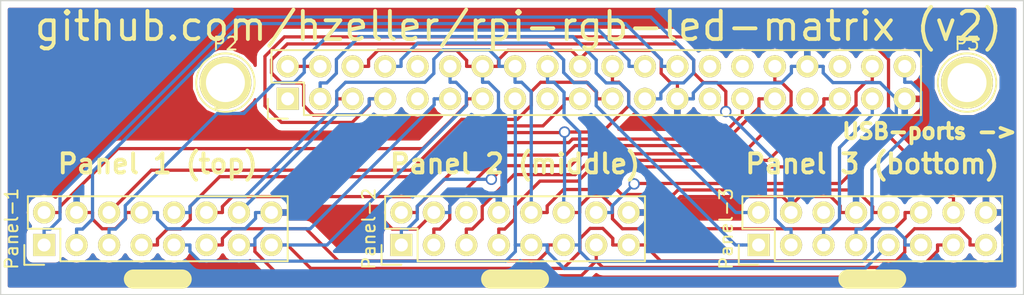
<source format=kicad_pcb>
(kicad_pcb (version 4) (host pcbnew "(2015-02-28 BZR 5464)-product")

  (general
    (links 52)
    (no_connects 0)
    (area 80.637667 35.449999 166.242334 58.550001)
    (thickness 1.6)
    (drawings 12)
    (tracks 450)
    (zones 0)
    (modules 6)
    (nets 26)
  )

  (page A4)
  (layers
    (0 F.Cu signal)
    (31 B.Cu signal)
    (32 B.Adhes user)
    (33 F.Adhes user)
    (34 B.Paste user)
    (35 F.Paste user)
    (36 B.SilkS user)
    (37 F.SilkS user)
    (38 B.Mask user)
    (39 F.Mask user)
    (40 Dwgs.User user)
    (41 Cmts.User user)
    (42 Eco1.User user)
    (43 Eco2.User user)
    (44 Edge.Cuts user)
    (45 Margin user)
    (46 B.CrtYd user)
    (47 F.CrtYd user)
    (48 B.Fab user)
    (49 F.Fab user)
  )

  (setup
    (last_trace_width 0.254)
    (trace_clearance 0.254)
    (zone_clearance 0.508)
    (zone_45_only no)
    (trace_min 0.254)
    (segment_width 0.2)
    (edge_width 0.1)
    (via_size 0.889)
    (via_drill 0.635)
    (via_min_size 0.889)
    (via_min_drill 0.508)
    (uvia_size 0.508)
    (uvia_drill 0.127)
    (uvias_allowed no)
    (uvia_min_size 0.508)
    (uvia_min_drill 0.127)
    (pcb_text_width 0.3)
    (pcb_text_size 1.5 1.5)
    (mod_edge_width 0.15)
    (mod_text_size 1 1)
    (mod_text_width 0.15)
    (pad_size 4.064 4.064)
    (pad_drill 3.048)
    (pad_to_mask_clearance 0)
    (aux_axis_origin 0 0)
    (visible_elements FFFFEF7F)
    (pcbplotparams
      (layerselection 0x010f0_80000001)
      (usegerberextensions true)
      (excludeedgelayer true)
      (linewidth 0.100000)
      (plotframeref false)
      (viasonmask false)
      (mode 1)
      (useauxorigin false)
      (hpglpennumber 1)
      (hpglpenspeed 20)
      (hpglpendiameter 15)
      (hpglpenoverlay 2)
      (psnegative false)
      (psa4output false)
      (plotreference true)
      (plotvalue true)
      (plotinvisibletext false)
      (padsonsilk false)
      (subtractmaskfromsilk false)
      (outputformat 1)
      (mirror false)
      (drillshape 0)
      (scaleselection 1)
      (outputdirectory fab/))
  )

  (net 0 "")
  (net 1 VCC)
  (net 2 GND)
  (net 3 p2_g1)
  (net 4 p2_b1)
  (net 5 strobe)
  (net 6 p2_r1)
  (net 7 p2_r2)
  (net 8 p0_r1)
  (net 9 p0_g1)
  (net 10 OE)
  (net 11 p0_b1)
  (net 12 p0_r2)
  (net 13 p0_g2)
  (net 14 row_D)
  (net 15 row_C)
  (net 16 p0_b2)
  (net 17 clock)
  (net 18 row_B)
  (net 19 row_A)
  (net 20 p1_g1)
  (net 21 p1_b1)
  (net 22 p1_r1)
  (net 23 p1_r2)
  (net 24 p1_b2)
  (net 25 p2_b2)

  (net_class Default "This is the default net class."
    (clearance 0.254)
    (trace_width 0.254)
    (via_dia 0.889)
    (via_drill 0.635)
    (uvia_dia 0.508)
    (uvia_drill 0.127)
    (add_net OE)
    (add_net clock)
    (add_net p0_b1)
    (add_net p0_b2)
    (add_net p0_g1)
    (add_net p0_g2)
    (add_net p0_r1)
    (add_net p0_r2)
    (add_net p1_b1)
    (add_net p1_b2)
    (add_net p1_g1)
    (add_net p1_r1)
    (add_net p1_r2)
    (add_net p2_b1)
    (add_net p2_b2)
    (add_net p2_g1)
    (add_net p2_r1)
    (add_net p2_r2)
    (add_net row_A)
    (add_net row_B)
    (add_net row_C)
    (add_net row_D)
    (add_net strobe)
  )

  (net_class power ""
    (clearance 0.254)
    (trace_width 0.254)
    (via_dia 0.889)
    (via_drill 0.635)
    (uvia_dia 0.508)
    (uvia_drill 0.127)
    (add_net GND)
    (add_net VCC)
  )

  (module Pin_Headers:Pin_Header_Straight_2x20 (layer F.Cu) (tedit 54F3A96C) (tstamp 54F3AB07)
    (at 107.95 43.18 90)
    (descr "Through hole pin header")
    (tags "pin header")
    (path /54ECB2B7)
    (fp_text reference P1 (at 0 -5.1 90) (layer F.SilkS)
      (effects (font (size 1 1) (thickness 0.15)))
    )
    (fp_text value CONN_02X20 (at 0 -3.1 90) (layer F.SilkS) hide
      (effects (font (size 1 1) (thickness 0.15)))
    )
    (fp_line (start -1.75 -1.75) (end -1.75 50.05) (layer F.CrtYd) (width 0.05))
    (fp_line (start 4.3 -1.75) (end 4.3 50.05) (layer F.CrtYd) (width 0.05))
    (fp_line (start -1.75 -1.75) (end 4.3 -1.75) (layer F.CrtYd) (width 0.05))
    (fp_line (start -1.75 50.05) (end 4.3 50.05) (layer F.CrtYd) (width 0.05))
    (fp_line (start 3.81 49.53) (end 3.81 -1.27) (layer F.SilkS) (width 0.15))
    (fp_line (start -1.27 1.27) (end -1.27 49.53) (layer F.SilkS) (width 0.15))
    (fp_line (start 3.81 49.53) (end -1.27 49.53) (layer F.SilkS) (width 0.15))
    (fp_line (start 3.81 -1.27) (end 1.27 -1.27) (layer F.SilkS) (width 0.15))
    (fp_line (start 0 -1.55) (end -1.55 -1.55) (layer F.SilkS) (width 0.15))
    (fp_line (start 1.27 -1.27) (end 1.27 1.27) (layer F.SilkS) (width 0.15))
    (fp_line (start 1.27 1.27) (end -1.27 1.27) (layer F.SilkS) (width 0.15))
    (fp_line (start -1.55 -1.55) (end -1.55 0) (layer F.SilkS) (width 0.15))
    (pad 1 thru_hole rect (at 0 0 90) (size 1.7272 1.7272) (drill 1.016) (layers *.Cu *.Mask F.SilkS))
    (pad 2 thru_hole oval (at 2.54 0 90) (size 1.7272 1.7272) (drill 1.016) (layers *.Cu *.Mask F.SilkS)
      (net 1 VCC))
    (pad 3 thru_hole oval (at 0 2.54 90) (size 1.7272 1.7272) (drill 1.016) (layers *.Cu *.Mask F.SilkS)
      (net 3 p2_g1))
    (pad 4 thru_hole oval (at 2.54 2.54 90) (size 1.7272 1.7272) (drill 1.016) (layers *.Cu *.Mask F.SilkS)
      (net 1 VCC))
    (pad 5 thru_hole oval (at 0 5.08 90) (size 1.7272 1.7272) (drill 1.016) (layers *.Cu *.Mask F.SilkS)
      (net 4 p2_b1))
    (pad 6 thru_hole oval (at 2.54 5.08 90) (size 1.7272 1.7272) (drill 1.016) (layers *.Cu *.Mask F.SilkS)
      (net 2 GND))
    (pad 7 thru_hole oval (at 0 7.62 90) (size 1.7272 1.7272) (drill 1.016) (layers *.Cu *.Mask F.SilkS)
      (net 5 strobe))
    (pad 8 thru_hole oval (at 2.54 7.62 90) (size 1.7272 1.7272) (drill 1.016) (layers *.Cu *.Mask F.SilkS)
      (net 6 p2_r1))
    (pad 9 thru_hole oval (at 0 10.16 90) (size 1.7272 1.7272) (drill 1.016) (layers *.Cu *.Mask F.SilkS))
    (pad 10 thru_hole oval (at 2.54 10.16 90) (size 1.7272 1.7272) (drill 1.016) (layers *.Cu *.Mask F.SilkS))
    (pad 11 thru_hole oval (at 0 12.7 90) (size 1.7272 1.7272) (drill 1.016) (layers *.Cu *.Mask F.SilkS)
      (net 17 clock))
    (pad 12 thru_hole oval (at 2.54 12.7 90) (size 1.7272 1.7272) (drill 1.016) (layers *.Cu *.Mask F.SilkS)
      (net 10 OE))
    (pad 13 thru_hole oval (at 0 15.24 90) (size 1.7272 1.7272) (drill 1.016) (layers *.Cu *.Mask F.SilkS)
      (net 9 p0_g1))
    (pad 14 thru_hole oval (at 2.54 15.24 90) (size 1.7272 1.7272) (drill 1.016) (layers *.Cu *.Mask F.SilkS)
      (net 2 GND))
    (pad 15 thru_hole oval (at 0 17.78 90) (size 1.7272 1.7272) (drill 1.016) (layers *.Cu *.Mask F.SilkS)
      (net 19 row_A))
    (pad 16 thru_hole oval (at 2.54 17.78 90) (size 1.7272 1.7272) (drill 1.016) (layers *.Cu *.Mask F.SilkS)
      (net 18 row_B))
    (pad 17 thru_hole oval (at 0 20.32 90) (size 1.7272 1.7272) (drill 1.016) (layers *.Cu *.Mask F.SilkS))
    (pad 18 thru_hole oval (at 2.54 20.32 90) (size 1.7272 1.7272) (drill 1.016) (layers *.Cu *.Mask F.SilkS)
      (net 15 row_C))
    (pad 19 thru_hole oval (at 0 22.86 90) (size 1.7272 1.7272) (drill 1.016) (layers *.Cu *.Mask F.SilkS)
      (net 16 p0_b2))
    (pad 20 thru_hole oval (at 2.54 22.86 90) (size 1.7272 1.7272) (drill 1.016) (layers *.Cu *.Mask F.SilkS)
      (net 2 GND))
    (pad 21 thru_hole oval (at 0 25.4 90) (size 1.7272 1.7272) (drill 1.016) (layers *.Cu *.Mask F.SilkS)
      (net 13 p0_g2))
    (pad 22 thru_hole oval (at 2.54 25.4 90) (size 1.7272 1.7272) (drill 1.016) (layers *.Cu *.Mask F.SilkS)
      (net 14 row_D))
    (pad 23 thru_hole oval (at 0 27.94 90) (size 1.7272 1.7272) (drill 1.016) (layers *.Cu *.Mask F.SilkS)
      (net 8 p0_r1))
    (pad 24 thru_hole oval (at 2.54 27.94 90) (size 1.7272 1.7272) (drill 1.016) (layers *.Cu *.Mask F.SilkS)
      (net 12 p0_r2))
    (pad 25 thru_hole oval (at 0 30.48 90) (size 1.7272 1.7272) (drill 1.016) (layers *.Cu *.Mask F.SilkS)
      (net 2 GND))
    (pad 26 thru_hole oval (at 2.54 30.48 90) (size 1.7272 1.7272) (drill 1.016) (layers *.Cu *.Mask F.SilkS)
      (net 11 p0_b1))
    (pad 27 thru_hole oval (at 0 33.02 90) (size 1.7272 1.7272) (drill 1.016) (layers *.Cu *.Mask F.SilkS))
    (pad 28 thru_hole oval (at 2.54 33.02 90) (size 1.7272 1.7272) (drill 1.016) (layers *.Cu *.Mask F.SilkS))
    (pad 29 thru_hole oval (at 0 35.56 90) (size 1.7272 1.7272) (drill 1.016) (layers *.Cu *.Mask F.SilkS)
      (net 20 p1_g1))
    (pad 30 thru_hole oval (at 2.54 35.56 90) (size 1.7272 1.7272) (drill 1.016) (layers *.Cu *.Mask F.SilkS))
    (pad 31 thru_hole oval (at 0 38.1 90) (size 1.7272 1.7272) (drill 1.016) (layers *.Cu *.Mask F.SilkS)
      (net 21 p1_b1))
    (pad 32 thru_hole oval (at 2.54 38.1 90) (size 1.7272 1.7272) (drill 1.016) (layers *.Cu *.Mask F.SilkS)
      (net 22 p1_r1))
    (pad 33 thru_hole oval (at 0 40.64 90) (size 1.7272 1.7272) (drill 1.016) (layers *.Cu *.Mask F.SilkS))
    (pad 34 thru_hole oval (at 2.54 40.64 90) (size 1.7272 1.7272) (drill 1.016) (layers *.Cu *.Mask F.SilkS)
      (net 2 GND))
    (pad 35 thru_hole oval (at 0 43.18 90) (size 1.7272 1.7272) (drill 1.016) (layers *.Cu *.Mask F.SilkS)
      (net 23 p1_r2))
    (pad 36 thru_hole oval (at 2.54 43.18 90) (size 1.7272 1.7272) (drill 1.016) (layers *.Cu *.Mask F.SilkS))
    (pad 37 thru_hole oval (at 0 45.72 90) (size 1.7272 1.7272) (drill 1.016) (layers *.Cu *.Mask F.SilkS)
      (net 7 p2_r2))
    (pad 38 thru_hole oval (at 2.54 45.72 90) (size 1.7272 1.7272) (drill 1.016) (layers *.Cu *.Mask F.SilkS)
      (net 24 p1_b2))
    (pad 39 thru_hole oval (at 0 48.26 90) (size 1.7272 1.7272) (drill 1.016) (layers *.Cu *.Mask F.SilkS)
      (net 2 GND))
    (pad 40 thru_hole oval (at 2.54 48.26 90) (size 1.7272 1.7272) (drill 1.016) (layers *.Cu *.Mask F.SilkS)
      (net 25 p2_b2))
    (model Pin_Headers/Pin_Header_Straight_2x20.wrl
      (at (xyz 0.05 -0.95 0))
      (scale (xyz 1 1 1))
      (rotate (xyz 0 0 90))
    )
  )

  (module Pin_Headers:Pin_Header_Straight_2x08 (layer F.Cu) (tedit 54F3ABF4) (tstamp 54F3AB27)
    (at 88.9 54.61 90)
    (descr "Through hole pin header")
    (tags "pin header")
    (path /54ECB236)
    (fp_text reference Panel-1 (at 1.27 -2.54 90) (layer F.SilkS)
      (effects (font (size 1 1) (thickness 0.15)))
    )
    (fp_text value CONN_02X08 (at 0 -3.1 90) (layer F.SilkS) hide
      (effects (font (size 1 1) (thickness 0.15)))
    )
    (fp_line (start -1.75 -1.75) (end -1.75 19.55) (layer F.CrtYd) (width 0.05))
    (fp_line (start 4.3 -1.75) (end 4.3 19.55) (layer F.CrtYd) (width 0.05))
    (fp_line (start -1.75 -1.75) (end 4.3 -1.75) (layer F.CrtYd) (width 0.05))
    (fp_line (start -1.75 19.55) (end 4.3 19.55) (layer F.CrtYd) (width 0.05))
    (fp_line (start 3.81 19.05) (end 3.81 -1.27) (layer F.SilkS) (width 0.15))
    (fp_line (start -1.27 1.27) (end -1.27 19.05) (layer F.SilkS) (width 0.15))
    (fp_line (start 3.81 19.05) (end -1.27 19.05) (layer F.SilkS) (width 0.15))
    (fp_line (start 3.81 -1.27) (end 1.27 -1.27) (layer F.SilkS) (width 0.15))
    (fp_line (start 0 -1.55) (end -1.55 -1.55) (layer F.SilkS) (width 0.15))
    (fp_line (start 1.27 -1.27) (end 1.27 1.27) (layer F.SilkS) (width 0.15))
    (fp_line (start 1.27 1.27) (end -1.27 1.27) (layer F.SilkS) (width 0.15))
    (fp_line (start -1.55 -1.55) (end -1.55 0) (layer F.SilkS) (width 0.15))
    (pad 1 thru_hole rect (at 0 0 90) (size 1.7272 1.7272) (drill 1.016) (layers *.Cu *.Mask F.SilkS)
      (net 8 p0_r1))
    (pad 2 thru_hole oval (at 2.54 0 90) (size 1.7272 1.7272) (drill 1.016) (layers *.Cu *.Mask F.SilkS)
      (net 9 p0_g1))
    (pad 3 thru_hole oval (at 0 2.54 90) (size 1.7272 1.7272) (drill 1.016) (layers *.Cu *.Mask F.SilkS)
      (net 11 p0_b1))
    (pad 4 thru_hole oval (at 2.54 2.54 90) (size 1.7272 1.7272) (drill 1.016) (layers *.Cu *.Mask F.SilkS)
      (net 2 GND))
    (pad 5 thru_hole oval (at 0 5.08 90) (size 1.7272 1.7272) (drill 1.016) (layers *.Cu *.Mask F.SilkS)
      (net 12 p0_r2))
    (pad 6 thru_hole oval (at 2.54 5.08 90) (size 1.7272 1.7272) (drill 1.016) (layers *.Cu *.Mask F.SilkS)
      (net 13 p0_g2))
    (pad 7 thru_hole oval (at 0 7.62 90) (size 1.7272 1.7272) (drill 1.016) (layers *.Cu *.Mask F.SilkS)
      (net 16 p0_b2))
    (pad 8 thru_hole oval (at 2.54 7.62 90) (size 1.7272 1.7272) (drill 1.016) (layers *.Cu *.Mask F.SilkS)
      (net 2 GND))
    (pad 9 thru_hole oval (at 0 10.16 90) (size 1.7272 1.7272) (drill 1.016) (layers *.Cu *.Mask F.SilkS)
      (net 19 row_A))
    (pad 10 thru_hole oval (at 2.54 10.16 90) (size 1.7272 1.7272) (drill 1.016) (layers *.Cu *.Mask F.SilkS)
      (net 18 row_B))
    (pad 11 thru_hole oval (at 0 12.7 90) (size 1.7272 1.7272) (drill 1.016) (layers *.Cu *.Mask F.SilkS)
      (net 15 row_C))
    (pad 12 thru_hole oval (at 2.54 12.7 90) (size 1.7272 1.7272) (drill 1.016) (layers *.Cu *.Mask F.SilkS)
      (net 14 row_D))
    (pad 13 thru_hole oval (at 0 15.24 90) (size 1.7272 1.7272) (drill 1.016) (layers *.Cu *.Mask F.SilkS)
      (net 17 clock))
    (pad 14 thru_hole oval (at 2.54 15.24 90) (size 1.7272 1.7272) (drill 1.016) (layers *.Cu *.Mask F.SilkS)
      (net 5 strobe))
    (pad 15 thru_hole oval (at 0 17.78 90) (size 1.7272 1.7272) (drill 1.016) (layers *.Cu *.Mask F.SilkS)
      (net 10 OE))
    (pad 16 thru_hole oval (at 2.54 17.78 90) (size 1.7272 1.7272) (drill 1.016) (layers *.Cu *.Mask F.SilkS)
      (net 2 GND))
    (model Pin_Headers/Pin_Header_Straight_2x08.wrl
      (at (xyz 0.05 -0.35 0))
      (scale (xyz 1 1 1))
      (rotate (xyz 0 0 90))
    )
  )

  (module Pin_Headers:Pin_Header_Straight_2x08 (layer F.Cu) (tedit 54F3ABF0) (tstamp 54F3AB47)
    (at 116.84 54.61 90)
    (descr "Through hole pin header")
    (tags "pin header")
    (path /54ECE201)
    (fp_text reference Panel-2 (at 1.27 -2.54 90) (layer F.SilkS)
      (effects (font (size 1 1) (thickness 0.15)))
    )
    (fp_text value CONN_02X08 (at 0 -3.1 90) (layer F.SilkS) hide
      (effects (font (size 1 1) (thickness 0.15)))
    )
    (fp_line (start -1.75 -1.75) (end -1.75 19.55) (layer F.CrtYd) (width 0.05))
    (fp_line (start 4.3 -1.75) (end 4.3 19.55) (layer F.CrtYd) (width 0.05))
    (fp_line (start -1.75 -1.75) (end 4.3 -1.75) (layer F.CrtYd) (width 0.05))
    (fp_line (start -1.75 19.55) (end 4.3 19.55) (layer F.CrtYd) (width 0.05))
    (fp_line (start 3.81 19.05) (end 3.81 -1.27) (layer F.SilkS) (width 0.15))
    (fp_line (start -1.27 1.27) (end -1.27 19.05) (layer F.SilkS) (width 0.15))
    (fp_line (start 3.81 19.05) (end -1.27 19.05) (layer F.SilkS) (width 0.15))
    (fp_line (start 3.81 -1.27) (end 1.27 -1.27) (layer F.SilkS) (width 0.15))
    (fp_line (start 0 -1.55) (end -1.55 -1.55) (layer F.SilkS) (width 0.15))
    (fp_line (start 1.27 -1.27) (end 1.27 1.27) (layer F.SilkS) (width 0.15))
    (fp_line (start 1.27 1.27) (end -1.27 1.27) (layer F.SilkS) (width 0.15))
    (fp_line (start -1.55 -1.55) (end -1.55 0) (layer F.SilkS) (width 0.15))
    (pad 1 thru_hole rect (at 0 0 90) (size 1.7272 1.7272) (drill 1.016) (layers *.Cu *.Mask F.SilkS)
      (net 22 p1_r1))
    (pad 2 thru_hole oval (at 2.54 0 90) (size 1.7272 1.7272) (drill 1.016) (layers *.Cu *.Mask F.SilkS)
      (net 20 p1_g1))
    (pad 3 thru_hole oval (at 0 2.54 90) (size 1.7272 1.7272) (drill 1.016) (layers *.Cu *.Mask F.SilkS)
      (net 21 p1_b1))
    (pad 4 thru_hole oval (at 2.54 2.54 90) (size 1.7272 1.7272) (drill 1.016) (layers *.Cu *.Mask F.SilkS)
      (net 2 GND))
    (pad 5 thru_hole oval (at 0 5.08 90) (size 1.7272 1.7272) (drill 1.016) (layers *.Cu *.Mask F.SilkS)
      (net 23 p1_r2))
    (pad 6 thru_hole oval (at 2.54 5.08 90) (size 1.7272 1.7272) (drill 1.016) (layers *.Cu *.Mask F.SilkS))
    (pad 7 thru_hole oval (at 0 7.62 90) (size 1.7272 1.7272) (drill 1.016) (layers *.Cu *.Mask F.SilkS)
      (net 24 p1_b2))
    (pad 8 thru_hole oval (at 2.54 7.62 90) (size 1.7272 1.7272) (drill 1.016) (layers *.Cu *.Mask F.SilkS)
      (net 2 GND))
    (pad 9 thru_hole oval (at 0 10.16 90) (size 1.7272 1.7272) (drill 1.016) (layers *.Cu *.Mask F.SilkS)
      (net 19 row_A))
    (pad 10 thru_hole oval (at 2.54 10.16 90) (size 1.7272 1.7272) (drill 1.016) (layers *.Cu *.Mask F.SilkS)
      (net 18 row_B))
    (pad 11 thru_hole oval (at 0 12.7 90) (size 1.7272 1.7272) (drill 1.016) (layers *.Cu *.Mask F.SilkS)
      (net 15 row_C))
    (pad 12 thru_hole oval (at 2.54 12.7 90) (size 1.7272 1.7272) (drill 1.016) (layers *.Cu *.Mask F.SilkS)
      (net 14 row_D))
    (pad 13 thru_hole oval (at 0 15.24 90) (size 1.7272 1.7272) (drill 1.016) (layers *.Cu *.Mask F.SilkS)
      (net 17 clock))
    (pad 14 thru_hole oval (at 2.54 15.24 90) (size 1.7272 1.7272) (drill 1.016) (layers *.Cu *.Mask F.SilkS)
      (net 5 strobe))
    (pad 15 thru_hole oval (at 0 17.78 90) (size 1.7272 1.7272) (drill 1.016) (layers *.Cu *.Mask F.SilkS)
      (net 10 OE))
    (pad 16 thru_hole oval (at 2.54 17.78 90) (size 1.7272 1.7272) (drill 1.016) (layers *.Cu *.Mask F.SilkS)
      (net 2 GND))
    (model Pin_Headers/Pin_Header_Straight_2x08.wrl
      (at (xyz 0.05 -0.35 0))
      (scale (xyz 1 1 1))
      (rotate (xyz 0 0 90))
    )
  )

  (module Pin_Headers:Pin_Header_Straight_2x08 (layer F.Cu) (tedit 54F3ABEC) (tstamp 54F3AB67)
    (at 144.78 54.61 90)
    (descr "Through hole pin header")
    (tags "pin header")
    (path /54F3E6D5)
    (fp_text reference Panel-3 (at 1.27 -2.54 90) (layer F.SilkS)
      (effects (font (size 1 1) (thickness 0.15)))
    )
    (fp_text value CONN_02X08 (at 0 -3.1 90) (layer F.SilkS) hide
      (effects (font (size 1 1) (thickness 0.15)))
    )
    (fp_line (start -1.75 -1.75) (end -1.75 19.55) (layer F.CrtYd) (width 0.05))
    (fp_line (start 4.3 -1.75) (end 4.3 19.55) (layer F.CrtYd) (width 0.05))
    (fp_line (start -1.75 -1.75) (end 4.3 -1.75) (layer F.CrtYd) (width 0.05))
    (fp_line (start -1.75 19.55) (end 4.3 19.55) (layer F.CrtYd) (width 0.05))
    (fp_line (start 3.81 19.05) (end 3.81 -1.27) (layer F.SilkS) (width 0.15))
    (fp_line (start -1.27 1.27) (end -1.27 19.05) (layer F.SilkS) (width 0.15))
    (fp_line (start 3.81 19.05) (end -1.27 19.05) (layer F.SilkS) (width 0.15))
    (fp_line (start 3.81 -1.27) (end 1.27 -1.27) (layer F.SilkS) (width 0.15))
    (fp_line (start 0 -1.55) (end -1.55 -1.55) (layer F.SilkS) (width 0.15))
    (fp_line (start 1.27 -1.27) (end 1.27 1.27) (layer F.SilkS) (width 0.15))
    (fp_line (start 1.27 1.27) (end -1.27 1.27) (layer F.SilkS) (width 0.15))
    (fp_line (start -1.55 -1.55) (end -1.55 0) (layer F.SilkS) (width 0.15))
    (pad 1 thru_hole rect (at 0 0 90) (size 1.7272 1.7272) (drill 1.016) (layers *.Cu *.Mask F.SilkS)
      (net 6 p2_r1))
    (pad 2 thru_hole oval (at 2.54 0 90) (size 1.7272 1.7272) (drill 1.016) (layers *.Cu *.Mask F.SilkS)
      (net 3 p2_g1))
    (pad 3 thru_hole oval (at 0 2.54 90) (size 1.7272 1.7272) (drill 1.016) (layers *.Cu *.Mask F.SilkS)
      (net 4 p2_b1))
    (pad 4 thru_hole oval (at 2.54 2.54 90) (size 1.7272 1.7272) (drill 1.016) (layers *.Cu *.Mask F.SilkS)
      (net 2 GND))
    (pad 5 thru_hole oval (at 0 5.08 90) (size 1.7272 1.7272) (drill 1.016) (layers *.Cu *.Mask F.SilkS)
      (net 7 p2_r2))
    (pad 6 thru_hole oval (at 2.54 5.08 90) (size 1.7272 1.7272) (drill 1.016) (layers *.Cu *.Mask F.SilkS))
    (pad 7 thru_hole oval (at 0 7.62 90) (size 1.7272 1.7272) (drill 1.016) (layers *.Cu *.Mask F.SilkS)
      (net 25 p2_b2))
    (pad 8 thru_hole oval (at 2.54 7.62 90) (size 1.7272 1.7272) (drill 1.016) (layers *.Cu *.Mask F.SilkS)
      (net 2 GND))
    (pad 9 thru_hole oval (at 0 10.16 90) (size 1.7272 1.7272) (drill 1.016) (layers *.Cu *.Mask F.SilkS)
      (net 19 row_A))
    (pad 10 thru_hole oval (at 2.54 10.16 90) (size 1.7272 1.7272) (drill 1.016) (layers *.Cu *.Mask F.SilkS)
      (net 18 row_B))
    (pad 11 thru_hole oval (at 0 12.7 90) (size 1.7272 1.7272) (drill 1.016) (layers *.Cu *.Mask F.SilkS)
      (net 15 row_C))
    (pad 12 thru_hole oval (at 2.54 12.7 90) (size 1.7272 1.7272) (drill 1.016) (layers *.Cu *.Mask F.SilkS)
      (net 14 row_D))
    (pad 13 thru_hole oval (at 0 15.24 90) (size 1.7272 1.7272) (drill 1.016) (layers *.Cu *.Mask F.SilkS)
      (net 17 clock))
    (pad 14 thru_hole oval (at 2.54 15.24 90) (size 1.7272 1.7272) (drill 1.016) (layers *.Cu *.Mask F.SilkS)
      (net 5 strobe))
    (pad 15 thru_hole oval (at 0 17.78 90) (size 1.7272 1.7272) (drill 1.016) (layers *.Cu *.Mask F.SilkS)
      (net 10 OE))
    (pad 16 thru_hole oval (at 2.54 17.78 90) (size 1.7272 1.7272) (drill 1.016) (layers *.Cu *.Mask F.SilkS)
      (net 2 GND))
    (model Pin_Headers/Pin_Header_Straight_2x08.wrl
      (at (xyz 0.05 -0.35 0))
      (scale (xyz 1 1 1))
      (rotate (xyz 0 0 90))
    )
  )

  (module Connect:1pin (layer F.Cu) (tedit 54F3F79E) (tstamp 54F3F77D)
    (at 103.08 41.91)
    (descr "module 1 pin (ou trou mecanique de percage)")
    (tags DEV)
    (path /54F43868)
    (fp_text reference P2 (at 0 -3.048) (layer F.SilkS)
      (effects (font (size 1 1) (thickness 0.15)))
    )
    (fp_text value CONN_01X01 (at 0 2.794) (layer F.SilkS) hide
      (effects (font (size 1 1) (thickness 0.15)))
    )
    (fp_circle (center 0 0) (end 0 -2.286) (layer F.SilkS) (width 0.15))
    (pad 1 thru_hole circle (at 0 0) (size 4.064 4.064) (drill 3.048) (layers *.Cu *.Mask F.SilkS))
  )

  (module Connect:1pin (layer F.Cu) (tedit 54F3F75A) (tstamp 54F3F783)
    (at 161.08 41.91)
    (descr "module 1 pin (ou trou mecanique de percage)")
    (tags DEV)
    (path /54F43A29)
    (fp_text reference P3 (at 0 -3.048) (layer F.SilkS)
      (effects (font (size 1 1) (thickness 0.15)))
    )
    (fp_text value CONN_01X01 (at 0 2.794) (layer F.SilkS) hide
      (effects (font (size 1 1) (thickness 0.15)))
    )
    (fp_circle (center 0 0) (end 0 -2.286) (layer F.SilkS) (width 0.15))
    (pad 1 thru_hole circle (at 0 0) (size 4.064 4.064) (drill 3.048) (layers *.Cu *.Mask F.SilkS))
  )

  (gr_text "github.com/hzeller/rpi-rgb-led-matrix (v2)" (at 126 37.5) (layer F.SilkS)
    (effects (font (size 2.2 2.2) (thickness 0.3)))
  )
  (gr_text "USB-ports ->" (at 165.1 45.72) (layer F.SilkS)
    (effects (font (size 1.2 1.2) (thickness 0.3)) (justify right))
  )
  (gr_line (start 151.765 57.277) (end 155.575 57.277) (angle 90) (layer F.SilkS) (width 1.5))
  (gr_line (start 95.885 57.277) (end 99.695 57.277) (angle 90) (layer F.SilkS) (width 1.5))
  (gr_line (start 123.825 57.277) (end 127.635 57.277) (angle 90) (layer F.SilkS) (width 1.5))
  (gr_text "Panel 3 (bottom)" (at 153.67 48.26) (layer F.SilkS)
    (effects (font (size 1.5 1.5) (thickness 0.3)))
  )
  (gr_text "Panel 2 (middle)" (at 125.73 48.26) (layer F.SilkS)
    (effects (font (size 1.5 1.5) (thickness 0.3)))
  )
  (gr_text "Panel 1 (top)" (at 97.79 48.26) (layer F.SilkS)
    (effects (font (size 1.5 1.5) (thickness 0.3)))
  )
  (gr_line (start 85.5 58.5) (end 85.5 35.5) (angle 90) (layer Edge.Cuts) (width 0.1) (tstamp 556C01FD))
  (gr_line (start 85.5 35.5) (end 165.5 35.5) (angle 90) (layer Edge.Cuts) (width 0.1))
  (gr_line (start 165.5 35.5) (end 165.5 58.5) (angle 90) (layer Edge.Cuts) (width 0.1) (tstamp 556BCFD7))
  (gr_line (start 165.5 58.5) (end 85.5 58.5) (angle 90) (layer Edge.Cuts) (width 0.1) (tstamp 556BCFD8))

  (segment (start 110.49 40.64) (end 107.95 40.64) (width 0.254) (layer F.Cu) (net 1))
  (segment (start 155.549 43.18) (end 155.549 44.4288) (width 0.254) (layer B.Cu) (net 2))
  (segment (start 155.549 44.4288) (end 152.4 47.5778) (width 0.254) (layer B.Cu) (net 2))
  (segment (start 152.4 47.5778) (end 152.4 52.07) (width 0.254) (layer B.Cu) (net 2))
  (segment (start 149.8349 40.64) (end 149.8349 41.1558) (width 0.254) (layer B.Cu) (net 2))
  (segment (start 149.8349 41.1558) (end 150.5891 41.91) (width 0.254) (layer B.Cu) (net 2))
  (segment (start 150.5891 41.91) (end 154.279 41.91) (width 0.254) (layer B.Cu) (net 2))
  (segment (start 154.279 41.91) (end 155.549 43.18) (width 0.254) (layer B.Cu) (net 2))
  (segment (start 135.8649 52.07) (end 137.4331 52.07) (width 0.254) (layer F.Cu) (net 2))
  (segment (start 137.4331 52.07) (end 138.6781 50.825) (width 0.254) (layer F.Cu) (net 2))
  (segment (start 138.6781 50.825) (end 146.6445 50.825) (width 0.254) (layer F.Cu) (net 2))
  (segment (start 146.6445 50.825) (end 147.32 51.5005) (width 0.254) (layer F.Cu) (net 2))
  (segment (start 148.59 40.64) (end 147.3451 40.64) (width 0.254) (layer B.Cu) (net 2))
  (segment (start 138.43 43.18) (end 139.6749 43.18) (width 0.254) (layer B.Cu) (net 2))
  (segment (start 139.6749 43.18) (end 139.6749 42.7131) (width 0.254) (layer B.Cu) (net 2))
  (segment (start 139.6749 42.7131) (end 140.4529 41.9351) (width 0.254) (layer B.Cu) (net 2))
  (segment (start 140.4529 41.9351) (end 146.5658 41.9351) (width 0.254) (layer B.Cu) (net 2))
  (segment (start 146.5658 41.9351) (end 147.3451 41.1558) (width 0.254) (layer B.Cu) (net 2))
  (segment (start 147.3451 41.1558) (end 147.3451 40.64) (width 0.254) (layer B.Cu) (net 2))
  (segment (start 130.81 40.0705) (end 131.487 39.3935) (width 0.254) (layer F.Cu) (net 2))
  (segment (start 131.487 39.3935) (end 136.4517 39.3935) (width 0.254) (layer F.Cu) (net 2))
  (segment (start 136.4517 39.3935) (end 137.16 40.1018) (width 0.254) (layer F.Cu) (net 2))
  (segment (start 137.16 40.1018) (end 137.16 41.1809) (width 0.254) (layer F.Cu) (net 2))
  (segment (start 137.16 41.1809) (end 137.9142 41.9351) (width 0.254) (layer F.Cu) (net 2))
  (segment (start 137.9142 41.9351) (end 138.43 41.9351) (width 0.254) (layer F.Cu) (net 2))
  (segment (start 130.81 40.64) (end 130.81 40.0705) (width 0.254) (layer F.Cu) (net 2))
  (segment (start 130.81 40.0705) (end 130.133 39.3935) (width 0.254) (layer F.Cu) (net 2))
  (segment (start 130.133 39.3935) (end 125.1656 39.3935) (width 0.254) (layer F.Cu) (net 2))
  (segment (start 125.1656 39.3935) (end 124.4349 40.1242) (width 0.254) (layer F.Cu) (net 2))
  (segment (start 124.4349 40.1242) (end 124.4349 40.64) (width 0.254) (layer F.Cu) (net 2))
  (segment (start 123.19 40.64) (end 124.4349 40.64) (width 0.254) (layer F.Cu) (net 2))
  (segment (start 113.03 40.64) (end 114.2749 40.64) (width 0.254) (layer F.Cu) (net 2))
  (segment (start 123.19 40.64) (end 121.9451 40.64) (width 0.254) (layer F.Cu) (net 2))
  (segment (start 121.9451 40.64) (end 121.9451 40.1732) (width 0.254) (layer F.Cu) (net 2))
  (segment (start 121.9451 40.1732) (end 121.1654 39.3935) (width 0.254) (layer F.Cu) (net 2))
  (segment (start 121.1654 39.3935) (end 115.0056 39.3935) (width 0.254) (layer F.Cu) (net 2))
  (segment (start 115.0056 39.3935) (end 114.2749 40.1242) (width 0.254) (layer F.Cu) (net 2))
  (segment (start 114.2749 40.1242) (end 114.2749 40.64) (width 0.254) (layer F.Cu) (net 2))
  (segment (start 119.38 52.07) (end 118.085 53.365) (width 0.254) (layer F.Cu) (net 2))
  (segment (start 118.085 53.365) (end 116.1284 53.365) (width 0.254) (layer F.Cu) (net 2))
  (segment (start 116.1284 53.365) (end 114.8334 52.07) (width 0.254) (layer F.Cu) (net 2))
  (segment (start 114.8334 52.07) (end 106.68 52.07) (width 0.254) (layer F.Cu) (net 2))
  (segment (start 138.43 43.18) (end 138.43 41.9351) (width 0.254) (layer F.Cu) (net 2))
  (segment (start 130.81 40.64) (end 131.064 40.386) (width 0.254) (layer B.Cu) (net 2))
  (segment (start 119.38 52.07) (end 120.6249 52.07) (width 0.254) (layer B.Cu) (net 2))
  (segment (start 124.46 51.0015) (end 124.2714 50.8129) (width 0.254) (layer B.Cu) (net 2))
  (segment (start 124.2714 50.8129) (end 121.3662 50.8129) (width 0.254) (layer B.Cu) (net 2))
  (segment (start 121.3662 50.8129) (end 120.6249 51.5542) (width 0.254) (layer B.Cu) (net 2))
  (segment (start 120.6249 51.5542) (end 120.6249 52.07) (width 0.254) (layer B.Cu) (net 2))
  (segment (start 124.46 51.0015) (end 124.46 50.8251) (width 0.254) (layer B.Cu) (net 2))
  (segment (start 124.46 52.07) (end 124.46 51.0015) (width 0.254) (layer B.Cu) (net 2))
  (segment (start 123.19 40.64) (end 123.19 41.8849) (width 0.254) (layer B.Cu) (net 2))
  (segment (start 123.19 41.8849) (end 123.6569 41.8849) (width 0.254) (layer B.Cu) (net 2))
  (segment (start 123.6569 41.8849) (end 124.4349 42.6629) (width 0.254) (layer B.Cu) (net 2))
  (segment (start 124.4349 42.6629) (end 124.4349 48.716) (width 0.254) (layer B.Cu) (net 2))
  (segment (start 124.4349 48.716) (end 124.7135 48.9946) (width 0.254) (layer B.Cu) (net 2))
  (segment (start 124.7135 48.9946) (end 124.7135 50.5716) (width 0.254) (layer B.Cu) (net 2))
  (segment (start 124.7135 50.5716) (end 124.46 50.8251) (width 0.254) (layer B.Cu) (net 2))
  (segment (start 123.19 40.64) (end 122.936 40.386) (width 0.254) (layer B.Cu) (net 2))
  (segment (start 106.68 52.07) (end 105.4351 52.07) (width 0.254) (layer B.Cu) (net 2))
  (segment (start 162.56 52.07) (end 162.56 50.8251) (width 0.254) (layer F.Cu) (net 2))
  (segment (start 156.21 43.18) (end 156.21 44.4751) (width 0.254) (layer F.Cu) (net 2))
  (segment (start 156.21 44.4751) (end 162.56 50.8251) (width 0.254) (layer F.Cu) (net 2))
  (segment (start 155.6405 43.18) (end 155.549 43.18) (width 0.254) (layer B.Cu) (net 2))
  (segment (start 147.32 51.5005) (end 148.0036 50.8169) (width 0.254) (layer F.Cu) (net 2))
  (segment (start 148.0036 50.8169) (end 150.4178 50.8169) (width 0.254) (layer F.Cu) (net 2))
  (segment (start 150.4178 50.8169) (end 151.1551 51.5542) (width 0.254) (layer F.Cu) (net 2))
  (segment (start 151.1551 51.5542) (end 151.1551 52.07) (width 0.254) (layer F.Cu) (net 2))
  (segment (start 147.32 52.07) (end 147.32 51.5005) (width 0.254) (layer F.Cu) (net 2))
  (segment (start 134.62 52.07) (end 135.8649 52.07) (width 0.254) (layer F.Cu) (net 2))
  (segment (start 152.4 52.07) (end 151.1551 52.07) (width 0.254) (layer F.Cu) (net 2))
  (segment (start 96.52 52.07) (end 97.7649 52.07) (width 0.254) (layer B.Cu) (net 2))
  (segment (start 105.4351 52.07) (end 105.4351 52.5368) (width 0.254) (layer B.Cu) (net 2))
  (segment (start 105.4351 52.5368) (end 104.6319 53.34) (width 0.254) (layer B.Cu) (net 2))
  (segment (start 104.6319 53.34) (end 98.5191 53.34) (width 0.254) (layer B.Cu) (net 2))
  (segment (start 98.5191 53.34) (end 97.7649 52.5858) (width 0.254) (layer B.Cu) (net 2))
  (segment (start 97.7649 52.5858) (end 97.7649 52.07) (width 0.254) (layer B.Cu) (net 2))
  (segment (start 148.59 40.64) (end 149.8349 40.64) (width 0.254) (layer B.Cu) (net 2))
  (segment (start 156.21 43.18) (end 155.6405 43.18) (width 0.254) (layer B.Cu) (net 2))
  (segment (start 96.52 52.07) (end 95.2751 52.07) (width 0.254) (layer F.Cu) (net 2))
  (segment (start 91.44 52.07) (end 92.6849 52.07) (width 0.254) (layer F.Cu) (net 2))
  (segment (start 95.2751 52.07) (end 95.2751 52.5368) (width 0.254) (layer F.Cu) (net 2))
  (segment (start 95.2751 52.5368) (end 94.4719 53.34) (width 0.254) (layer F.Cu) (net 2))
  (segment (start 94.4719 53.34) (end 93.4391 53.34) (width 0.254) (layer F.Cu) (net 2))
  (segment (start 93.4391 53.34) (end 92.6849 52.5858) (width 0.254) (layer F.Cu) (net 2))
  (segment (start 92.6849 52.5858) (end 92.6849 52.07) (width 0.254) (layer F.Cu) (net 2))
  (segment (start 148.59 40.64) (end 148.717 40.513) (width 0.254) (layer B.Cu) (net 2))
  (segment (start 110.49 43.18) (end 110.49 41.9351) (width 0.254) (layer B.Cu) (net 3))
  (segment (start 144.78 52.07) (end 142.9981 52.07) (width 0.254) (layer B.Cu) (net 3))
  (segment (start 142.9981 52.07) (end 134.62 43.6919) (width 0.254) (layer B.Cu) (net 3))
  (segment (start 134.62 43.6919) (end 134.62 42.6286) (width 0.254) (layer B.Cu) (net 3))
  (segment (start 134.62 42.6286) (end 133.9264 41.935) (width 0.254) (layer B.Cu) (net 3))
  (segment (start 133.9264 41.935) (end 132.8509 41.935) (width 0.254) (layer B.Cu) (net 3))
  (segment (start 132.8509 41.935) (end 132.08 41.1641) (width 0.254) (layer B.Cu) (net 3))
  (segment (start 132.08 41.1641) (end 132.08 40.1388) (width 0.254) (layer B.Cu) (net 3))
  (segment (start 132.08 40.1388) (end 130.2519 38.3107) (width 0.254) (layer B.Cu) (net 3))
  (segment (start 130.2519 38.3107) (end 113.5423 38.3107) (width 0.254) (layer B.Cu) (net 3))
  (segment (start 113.5423 38.3107) (end 111.76 40.093) (width 0.254) (layer B.Cu) (net 3))
  (segment (start 111.76 40.093) (end 111.76 41.1809) (width 0.254) (layer B.Cu) (net 3))
  (segment (start 111.76 41.1809) (end 111.0058 41.9351) (width 0.254) (layer B.Cu) (net 3))
  (segment (start 111.0058 41.9351) (end 110.49 41.9351) (width 0.254) (layer B.Cu) (net 3))
  (segment (start 111.7851 43.18) (end 111.7851 43.6958) (width 0.254) (layer F.Cu) (net 4))
  (segment (start 111.7851 43.6958) (end 111.0272 44.4537) (width 0.254) (layer F.Cu) (net 4))
  (segment (start 111.0272 44.4537) (end 109.9544 44.4537) (width 0.254) (layer F.Cu) (net 4))
  (segment (start 109.9544 44.4537) (end 109.195 43.6943) (width 0.254) (layer F.Cu) (net 4))
  (segment (start 109.195 43.6943) (end 109.195 42.1039) (width 0.254) (layer F.Cu) (net 4))
  (segment (start 109.195 42.1039) (end 109.0261 41.935) (width 0.254) (layer F.Cu) (net 4))
  (segment (start 109.0261 41.935) (end 107.4676 41.935) (width 0.254) (layer F.Cu) (net 4))
  (segment (start 107.4676 41.935) (end 106.6848 41.1522) (width 0.254) (layer F.Cu) (net 4))
  (segment (start 106.6848 41.1522) (end 106.6848 40.1232) (width 0.254) (layer F.Cu) (net 4))
  (segment (start 106.6848 40.1232) (end 107.9229 38.8851) (width 0.254) (layer F.Cu) (net 4))
  (segment (start 107.9229 38.8851) (end 138.4398 38.8851) (width 0.254) (layer F.Cu) (net 4))
  (segment (start 138.4398 38.8851) (end 139.7 40.1453) (width 0.254) (layer F.Cu) (net 4))
  (segment (start 139.7 40.1453) (end 139.7 41.1427) (width 0.254) (layer F.Cu) (net 4))
  (segment (start 139.7 41.1427) (end 140.4673 41.91) (width 0.254) (layer F.Cu) (net 4))
  (segment (start 140.4673 41.91) (end 141.5214 41.91) (width 0.254) (layer F.Cu) (net 4))
  (segment (start 141.5214 41.91) (end 142.215 42.6036) (width 0.254) (layer F.Cu) (net 4))
  (segment (start 142.215 42.6036) (end 142.215 44.1727) (width 0.254) (layer F.Cu) (net 4))
  (segment (start 147.32 53.3651) (end 146.8531 53.3651) (width 0.254) (layer B.Cu) (net 4))
  (segment (start 146.8531 53.3651) (end 146.0751 52.5871) (width 0.254) (layer B.Cu) (net 4))
  (segment (start 146.0751 52.5871) (end 146.0751 48.0328) (width 0.254) (layer B.Cu) (net 4))
  (segment (start 146.0751 48.0328) (end 142.215 44.1727) (width 0.254) (layer B.Cu) (net 4))
  (segment (start 147.32 54.61) (end 147.32 53.3651) (width 0.254) (layer B.Cu) (net 4))
  (segment (start 113.03 43.18) (end 111.7851 43.18) (width 0.254) (layer F.Cu) (net 4))
  (via (at 142.215 44.1727) (size 0.889) (layers F.Cu B.Cu) (net 4))
  (segment (start 154.94 46.0566) (end 159.7085 50.8251) (width 0.254) (layer F.Cu) (net 5))
  (segment (start 159.7085 50.8251) (end 160.02 50.8251) (width 0.254) (layer F.Cu) (net 5))
  (segment (start 114.3251 43.18) (end 114.3251 43.6958) (width 0.254) (layer F.Cu) (net 5))
  (segment (start 114.3251 43.6958) (end 112.9962 45.0247) (width 0.254) (layer F.Cu) (net 5))
  (segment (start 112.9962 45.0247) (end 107.4657 45.0247) (width 0.254) (layer F.Cu) (net 5))
  (segment (start 107.4657 45.0247) (end 106.1721 43.7311) (width 0.254) (layer F.Cu) (net 5))
  (segment (start 106.1721 43.7311) (end 106.1721 39.857) (width 0.254) (layer F.Cu) (net 5))
  (segment (start 106.1721 39.857) (end 107.6953 38.3338) (width 0.254) (layer F.Cu) (net 5))
  (segment (start 107.6953 38.3338) (end 153.1668 38.3338) (width 0.254) (layer F.Cu) (net 5))
  (segment (start 153.1668 38.3338) (end 154.94 40.107) (width 0.254) (layer F.Cu) (net 5))
  (segment (start 154.94 40.107) (end 154.94 46.0566) (width 0.254) (layer F.Cu) (net 5))
  (segment (start 154.94 46.0566) (end 151.1971 49.7995) (width 0.254) (layer F.Cu) (net 5))
  (segment (start 151.1971 49.7995) (end 135.0796 49.7995) (width 0.254) (layer F.Cu) (net 5))
  (segment (start 135.0796 49.7995) (end 135.0451 49.834) (width 0.254) (layer F.Cu) (net 5))
  (segment (start 135.0451 49.834) (end 133.3249 51.5542) (width 0.254) (layer B.Cu) (net 5))
  (segment (start 133.3249 51.5542) (end 133.3249 52.07) (width 0.254) (layer B.Cu) (net 5))
  (segment (start 132.08 52.07) (end 133.3249 52.07) (width 0.254) (layer B.Cu) (net 5))
  (segment (start 115.57 43.18) (end 114.3251 43.18) (width 0.254) (layer B.Cu) (net 5))
  (segment (start 114.3251 43.18) (end 114.3251 43.6469) (width 0.254) (layer B.Cu) (net 5))
  (segment (start 114.3251 43.6469) (end 113.5471 44.4249) (width 0.254) (layer B.Cu) (net 5))
  (segment (start 113.5471 44.4249) (end 111.7851 44.4249) (width 0.254) (layer B.Cu) (net 5))
  (segment (start 111.7851 44.4249) (end 104.14 52.07) (width 0.254) (layer B.Cu) (net 5))
  (segment (start 115.57 43.18) (end 114.3251 43.18) (width 0.254) (layer F.Cu) (net 5))
  (segment (start 160.02 52.07) (end 160.02 50.8251) (width 0.254) (layer F.Cu) (net 5))
  (via (at 135.0451 49.834) (size 0.889) (layers F.Cu B.Cu) (net 5))
  (segment (start 143.5351 54.61) (end 142.9692 54.61) (width 0.254) (layer B.Cu) (net 6))
  (segment (start 142.9692 54.61) (end 132.0799 43.7207) (width 0.254) (layer B.Cu) (net 6))
  (segment (start 132.0799 43.7207) (end 132.0799 42.578) (width 0.254) (layer B.Cu) (net 6))
  (segment (start 132.0799 42.578) (end 131.4119 41.91) (width 0.254) (layer B.Cu) (net 6))
  (segment (start 131.4119 41.91) (end 130.3178 41.91) (width 0.254) (layer B.Cu) (net 6))
  (segment (start 130.3178 41.91) (end 129.5321 41.1243) (width 0.254) (layer B.Cu) (net 6))
  (segment (start 129.5321 41.1243) (end 129.5321 40.1322) (width 0.254) (layer B.Cu) (net 6))
  (segment (start 129.5321 40.1322) (end 128.2189 38.819) (width 0.254) (layer B.Cu) (net 6))
  (segment (start 128.2189 38.819) (end 118.1201 38.819) (width 0.254) (layer B.Cu) (net 6))
  (segment (start 118.1201 38.819) (end 116.8149 40.1242) (width 0.254) (layer B.Cu) (net 6))
  (segment (start 116.8149 40.1242) (end 116.8149 40.64) (width 0.254) (layer B.Cu) (net 6))
  (segment (start 144.78 54.61) (end 143.5351 54.61) (width 0.254) (layer B.Cu) (net 6))
  (segment (start 115.57 40.64) (end 116.8149 40.64) (width 0.254) (layer B.Cu) (net 6))
  (segment (start 153.67 43.18) (end 153.67 44.4249) (width 0.254) (layer B.Cu) (net 7))
  (segment (start 149.86 54.61) (end 149.86 53.3651) (width 0.254) (layer B.Cu) (net 7))
  (segment (start 149.86 53.3651) (end 150.3269 53.3651) (width 0.254) (layer B.Cu) (net 7))
  (segment (start 150.3269 53.3651) (end 151.1049 52.5871) (width 0.254) (layer B.Cu) (net 7))
  (segment (start 151.1049 52.5871) (end 151.1049 46.99) (width 0.254) (layer B.Cu) (net 7))
  (segment (start 151.1049 46.99) (end 153.67 44.4249) (width 0.254) (layer B.Cu) (net 7))
  (segment (start 135.89 43.18) (end 137.1349 43.18) (width 0.254) (layer B.Cu) (net 8))
  (segment (start 137.1349 43.18) (end 137.1349 42.7131) (width 0.254) (layer B.Cu) (net 8))
  (segment (start 137.1349 42.7131) (end 137.9129 41.9351) (width 0.254) (layer B.Cu) (net 8))
  (segment (start 137.9129 41.9351) (end 138.9108 41.9351) (width 0.254) (layer B.Cu) (net 8))
  (segment (start 138.9108 41.9351) (end 139.7 41.1459) (width 0.254) (layer B.Cu) (net 8))
  (segment (start 139.7 41.1459) (end 139.7 40.1384) (width 0.254) (layer B.Cu) (net 8))
  (segment (start 139.7 40.1384) (end 136.3474 36.7858) (width 0.254) (layer B.Cu) (net 8))
  (segment (start 136.3474 36.7858) (end 104.0481 36.7858) (width 0.254) (layer B.Cu) (net 8))
  (segment (start 104.0481 36.7858) (end 90.1449 50.689) (width 0.254) (layer B.Cu) (net 8))
  (segment (start 90.1449 50.689) (end 90.1449 52.5871) (width 0.254) (layer B.Cu) (net 8))
  (segment (start 90.1449 52.5871) (end 89.3669 53.3651) (width 0.254) (layer B.Cu) (net 8))
  (segment (start 89.3669 53.3651) (end 88.9 53.3651) (width 0.254) (layer B.Cu) (net 8))
  (segment (start 88.9 54.61) (end 88.9 53.3651) (width 0.254) (layer B.Cu) (net 8))
  (segment (start 123.19 43.18) (end 121.9451 43.18) (width 0.254) (layer F.Cu) (net 9))
  (segment (start 88.9 52.07) (end 90.1449 52.07) (width 0.254) (layer F.Cu) (net 9))
  (segment (start 90.1449 52.07) (end 90.1449 51.6032) (width 0.254) (layer F.Cu) (net 9))
  (segment (start 90.1449 51.6032) (end 94.6753 47.0728) (width 0.254) (layer F.Cu) (net 9))
  (segment (start 94.6753 47.0728) (end 118.5178 47.0728) (width 0.254) (layer F.Cu) (net 9))
  (segment (start 118.5178 47.0728) (end 121.9451 43.6455) (width 0.254) (layer F.Cu) (net 9))
  (segment (start 121.9451 43.6455) (end 121.9451 43.18) (width 0.254) (layer F.Cu) (net 9))
  (segment (start 134.62 54.61) (end 135.8649 54.61) (width 0.254) (layer F.Cu) (net 10))
  (segment (start 162.56 54.61) (end 161.3151 54.61) (width 0.254) (layer F.Cu) (net 10))
  (segment (start 161.3151 54.61) (end 161.3151 54.1432) (width 0.254) (layer F.Cu) (net 10))
  (segment (start 161.3151 54.1432) (end 160.5117 53.3398) (width 0.254) (layer F.Cu) (net 10))
  (segment (start 160.5117 53.3398) (end 156.9716 53.3398) (width 0.254) (layer F.Cu) (net 10))
  (segment (start 156.9716 53.3398) (end 156.21 54.1014) (width 0.254) (layer F.Cu) (net 10))
  (segment (start 156.21 54.1014) (end 156.21 55.1707) (width 0.254) (layer F.Cu) (net 10))
  (segment (start 156.21 55.1707) (end 155.5258 55.8549) (width 0.254) (layer F.Cu) (net 10))
  (segment (start 155.5258 55.8549) (end 137.1098 55.8549) (width 0.254) (layer F.Cu) (net 10))
  (segment (start 137.1098 55.8549) (end 135.8649 54.61) (width 0.254) (layer F.Cu) (net 10))
  (segment (start 133.3751 54.61) (end 133.3751 54.0942) (width 0.254) (layer F.Cu) (net 10))
  (segment (start 133.3751 54.0942) (end 132.5958 53.3149) (width 0.254) (layer F.Cu) (net 10))
  (segment (start 132.5958 53.3149) (end 131.6048 53.3149) (width 0.254) (layer F.Cu) (net 10))
  (segment (start 131.6048 53.3149) (end 130.81 54.1097) (width 0.254) (layer F.Cu) (net 10))
  (segment (start 130.81 54.1097) (end 130.81 55.1382) (width 0.254) (layer F.Cu) (net 10))
  (segment (start 130.81 55.1382) (end 129.5065 56.4417) (width 0.254) (layer F.Cu) (net 10))
  (segment (start 129.5065 56.4417) (end 109.7566 56.4417) (width 0.254) (layer F.Cu) (net 10))
  (segment (start 109.7566 56.4417) (end 107.9249 54.61) (width 0.254) (layer F.Cu) (net 10))
  (segment (start 134.62 54.61) (end 133.3751 54.61) (width 0.254) (layer F.Cu) (net 10))
  (segment (start 106.68 54.61) (end 107.9249 54.61) (width 0.254) (layer F.Cu) (net 10))
  (segment (start 120.65 40.64) (end 120.65 41.8849) (width 0.254) (layer B.Cu) (net 10))
  (segment (start 120.65 41.8849) (end 121.1168 41.8849) (width 0.254) (layer B.Cu) (net 10))
  (segment (start 121.1168 41.8849) (end 121.92 42.6881) (width 0.254) (layer B.Cu) (net 10))
  (segment (start 121.92 42.6881) (end 121.92 43.7177) (width 0.254) (layer B.Cu) (net 10))
  (segment (start 121.92 43.7177) (end 111.0277 54.61) (width 0.254) (layer B.Cu) (net 10))
  (segment (start 111.0277 54.61) (end 106.68 54.61) (width 0.254) (layer B.Cu) (net 10))
  (segment (start 137.1851 40.64) (end 137.1851 40.1242) (width 0.254) (layer B.Cu) (net 11))
  (segment (start 137.1851 40.1242) (end 134.355 37.2941) (width 0.254) (layer B.Cu) (net 11))
  (segment (start 134.355 37.2941) (end 104.2702 37.2941) (width 0.254) (layer B.Cu) (net 11))
  (segment (start 104.2702 37.2941) (end 92.6849 48.8794) (width 0.254) (layer B.Cu) (net 11))
  (segment (start 92.6849 48.8794) (end 92.6849 52.5871) (width 0.254) (layer B.Cu) (net 11))
  (segment (start 92.6849 52.5871) (end 91.9069 53.3651) (width 0.254) (layer B.Cu) (net 11))
  (segment (start 91.9069 53.3651) (end 91.44 53.3651) (width 0.254) (layer B.Cu) (net 11))
  (segment (start 138.43 40.64) (end 137.1851 40.64) (width 0.254) (layer B.Cu) (net 11))
  (segment (start 91.44 54.61) (end 91.44 53.3651) (width 0.254) (layer B.Cu) (net 11))
  (segment (start 134.6451 40.64) (end 134.6451 40.1731) (width 0.254) (layer B.Cu) (net 12))
  (segment (start 134.6451 40.1731) (end 132.2744 37.8024) (width 0.254) (layer B.Cu) (net 12))
  (segment (start 132.2744 37.8024) (end 111.5324 37.8024) (width 0.254) (layer B.Cu) (net 12))
  (segment (start 111.5324 37.8024) (end 109.245 40.0898) (width 0.254) (layer B.Cu) (net 12))
  (segment (start 109.245 40.0898) (end 109.245 41.1158) (width 0.254) (layer B.Cu) (net 12))
  (segment (start 109.245 41.1158) (end 108.4564 41.9044) (width 0.254) (layer B.Cu) (net 12))
  (segment (start 108.4564 41.9044) (end 106.9402 41.9044) (width 0.254) (layer B.Cu) (net 12))
  (segment (start 106.9402 41.9044) (end 104.5212 44.3234) (width 0.254) (layer B.Cu) (net 12))
  (segment (start 104.5212 44.3234) (end 102.4544 44.3234) (width 0.254) (layer B.Cu) (net 12))
  (segment (start 102.4544 44.3234) (end 95.25 51.5278) (width 0.254) (layer B.Cu) (net 12))
  (segment (start 95.25 51.5278) (end 95.25 52.6109) (width 0.254) (layer B.Cu) (net 12))
  (segment (start 95.25 52.6109) (end 94.4958 53.3651) (width 0.254) (layer B.Cu) (net 12))
  (segment (start 94.4958 53.3651) (end 93.98 53.3651) (width 0.254) (layer B.Cu) (net 12))
  (segment (start 93.98 54.61) (end 93.98 53.3651) (width 0.254) (layer B.Cu) (net 12))
  (segment (start 135.89 40.64) (end 134.6451 40.64) (width 0.254) (layer B.Cu) (net 12))
  (segment (start 132.1051 43.18) (end 132.1051 42.6642) (width 0.254) (layer F.Cu) (net 13))
  (segment (start 132.1051 42.6642) (end 131.3259 41.885) (width 0.254) (layer F.Cu) (net 13))
  (segment (start 131.3259 41.885) (end 127.7343 41.885) (width 0.254) (layer F.Cu) (net 13))
  (segment (start 127.7343 41.885) (end 127 42.6193) (width 0.254) (layer F.Cu) (net 13))
  (segment (start 127 42.6193) (end 127 43.6886) (width 0.254) (layer F.Cu) (net 13))
  (segment (start 127 43.6886) (end 125.9026 44.786) (width 0.254) (layer F.Cu) (net 13))
  (segment (start 125.9026 44.786) (end 121.5505 44.786) (width 0.254) (layer F.Cu) (net 13))
  (segment (start 121.5505 44.786) (end 117.5751 48.7614) (width 0.254) (layer F.Cu) (net 13))
  (segment (start 117.5751 48.7614) (end 97.2886 48.7614) (width 0.254) (layer F.Cu) (net 13))
  (segment (start 97.2886 48.7614) (end 93.98 52.07) (width 0.254) (layer F.Cu) (net 13))
  (segment (start 133.35 43.18) (end 132.1051 43.18) (width 0.254) (layer F.Cu) (net 13))
  (segment (start 129.54 52.07) (end 130.7849 52.07) (width 0.254) (layer F.Cu) (net 14))
  (segment (start 157.48 52.07) (end 156.2351 52.07) (width 0.254) (layer F.Cu) (net 14))
  (segment (start 156.2351 52.07) (end 156.2351 52.5368) (width 0.254) (layer F.Cu) (net 14))
  (segment (start 156.2351 52.5368) (end 155.4319 53.34) (width 0.254) (layer F.Cu) (net 14))
  (segment (start 155.4319 53.34) (end 134.1278 53.34) (width 0.254) (layer F.Cu) (net 14))
  (segment (start 134.1278 53.34) (end 133.35 52.5622) (width 0.254) (layer F.Cu) (net 14))
  (segment (start 133.35 52.5622) (end 133.35 51.5787) (width 0.254) (layer F.Cu) (net 14))
  (segment (start 133.35 51.5787) (end 132.5581 50.7868) (width 0.254) (layer F.Cu) (net 14))
  (segment (start 132.5581 50.7868) (end 131.5523 50.7868) (width 0.254) (layer F.Cu) (net 14))
  (segment (start 131.5523 50.7868) (end 130.7849 51.5542) (width 0.254) (layer F.Cu) (net 14))
  (segment (start 130.7849 51.5542) (end 130.7849 52.07) (width 0.254) (layer F.Cu) (net 14))
  (segment (start 101.6 52.07) (end 102.8449 52.07) (width 0.254) (layer F.Cu) (net 14))
  (segment (start 102.8449 52.07) (end 102.8449 51.6031) (width 0.254) (layer F.Cu) (net 14))
  (segment (start 102.8449 51.6031) (end 103.6229 50.8251) (width 0.254) (layer F.Cu) (net 14))
  (segment (start 103.6229 50.8251) (end 117.56 50.8251) (width 0.254) (layer F.Cu) (net 14))
  (segment (start 117.56 50.8251) (end 122.5657 45.8194) (width 0.254) (layer F.Cu) (net 14))
  (segment (start 122.5657 45.8194) (end 129.5594 45.8194) (width 0.254) (layer F.Cu) (net 14))
  (segment (start 129.5594 45.8194) (end 129.6022 45.7766) (width 0.254) (layer F.Cu) (net 14))
  (segment (start 129.54 52.07) (end 129.54 50.8251) (width 0.254) (layer B.Cu) (net 14))
  (segment (start 133.35 40.64) (end 133.35 41.8849) (width 0.254) (layer F.Cu) (net 14))
  (segment (start 129.6022 45.7766) (end 132.5653 45.7766) (width 0.254) (layer F.Cu) (net 14))
  (segment (start 132.5653 45.7766) (end 134.62 43.7219) (width 0.254) (layer F.Cu) (net 14))
  (segment (start 134.62 43.7219) (end 134.62 42.6391) (width 0.254) (layer F.Cu) (net 14))
  (segment (start 134.62 42.6391) (end 133.8658 41.8849) (width 0.254) (layer F.Cu) (net 14))
  (segment (start 133.8658 41.8849) (end 133.35 41.8849) (width 0.254) (layer F.Cu) (net 14))
  (segment (start 129.54 50.8251) (end 129.6022 50.7629) (width 0.254) (layer B.Cu) (net 14))
  (segment (start 129.6022 50.7629) (end 129.6022 45.7766) (width 0.254) (layer B.Cu) (net 14))
  (via (at 129.6022 45.7766) (size 0.889) (layers F.Cu B.Cu) (net 14))
  (segment (start 130.7849 54.61) (end 130.7849 45.7915) (width 0.254) (layer B.Cu) (net 15))
  (segment (start 130.7849 45.7915) (end 129.565 44.5716) (width 0.254) (layer B.Cu) (net 15))
  (segment (start 129.565 44.5716) (end 129.565 42.6641) (width 0.254) (layer B.Cu) (net 15))
  (segment (start 129.565 42.6641) (end 128.7858 41.8849) (width 0.254) (layer B.Cu) (net 15))
  (segment (start 128.7858 41.8849) (end 128.27 41.8849) (width 0.254) (layer B.Cu) (net 15))
  (segment (start 157.48 54.61) (end 156.2351 54.61) (width 0.254) (layer B.Cu) (net 15))
  (segment (start 156.2351 54.61) (end 156.2351 54.1432) (width 0.254) (layer B.Cu) (net 15))
  (segment (start 156.2351 54.1432) (end 155.4319 53.34) (width 0.254) (layer B.Cu) (net 15))
  (segment (start 155.4319 53.34) (end 154.4298 53.34) (width 0.254) (layer B.Cu) (net 15))
  (segment (start 154.4298 53.34) (end 153.6682 54.1016) (width 0.254) (layer B.Cu) (net 15))
  (segment (start 153.6682 54.1016) (end 153.6682 55.1289) (width 0.254) (layer B.Cu) (net 15))
  (segment (start 153.6682 55.1289) (end 152.906 55.8911) (width 0.254) (layer B.Cu) (net 15))
  (segment (start 152.906 55.8911) (end 131.5855 55.8911) (width 0.254) (layer B.Cu) (net 15))
  (segment (start 131.5855 55.8911) (end 130.7849 55.0905) (width 0.254) (layer B.Cu) (net 15))
  (segment (start 130.7849 55.0905) (end 130.7849 54.61) (width 0.254) (layer B.Cu) (net 15))
  (segment (start 128.27 40.64) (end 128.27 41.8849) (width 0.254) (layer B.Cu) (net 15))
  (segment (start 130.6578 54.61) (end 130.7849 54.61) (width 0.254) (layer B.Cu) (net 15))
  (segment (start 129.54 54.61) (end 130.6578 54.61) (width 0.254) (layer B.Cu) (net 15))
  (segment (start 101.6 54.61) (end 102.8449 54.61) (width 0.254) (layer F.Cu) (net 15))
  (segment (start 129.54 54.61) (end 128.2951 54.61) (width 0.254) (layer F.Cu) (net 15))
  (segment (start 128.2951 54.61) (end 128.2951 55.0768) (width 0.254) (layer F.Cu) (net 15))
  (segment (start 128.2951 55.0768) (end 127.5169 55.855) (width 0.254) (layer F.Cu) (net 15))
  (segment (start 127.5169 55.855) (end 111.8972 55.855) (width 0.254) (layer F.Cu) (net 15))
  (segment (start 111.8972 55.855) (end 109.3822 53.34) (width 0.254) (layer F.Cu) (net 15))
  (segment (start 109.3822 53.34) (end 103.5991 53.34) (width 0.254) (layer F.Cu) (net 15))
  (segment (start 103.5991 53.34) (end 102.8449 54.0942) (width 0.254) (layer F.Cu) (net 15))
  (segment (start 102.8449 54.0942) (end 102.8449 54.61) (width 0.254) (layer F.Cu) (net 15))
  (segment (start 129.5651 43.18) (end 129.5651 43.6468) (width 0.254) (layer F.Cu) (net 16))
  (segment (start 129.5651 43.6468) (end 127.9175 45.2944) (width 0.254) (layer F.Cu) (net 16))
  (segment (start 127.9175 45.2944) (end 122.2965 45.2944) (width 0.254) (layer F.Cu) (net 16))
  (segment (start 122.2965 45.2944) (end 118.3211 49.2698) (width 0.254) (layer F.Cu) (net 16))
  (segment (start 118.3211 49.2698) (end 102.6308 49.2698) (width 0.254) (layer F.Cu) (net 16))
  (segment (start 102.6308 49.2698) (end 100.33 51.5706) (width 0.254) (layer F.Cu) (net 16))
  (segment (start 100.33 51.5706) (end 100.33 52.6214) (width 0.254) (layer F.Cu) (net 16))
  (segment (start 100.33 52.6214) (end 99.5863 53.3651) (width 0.254) (layer F.Cu) (net 16))
  (segment (start 99.5863 53.3651) (end 98.5429 53.3651) (width 0.254) (layer F.Cu) (net 16))
  (segment (start 98.5429 53.3651) (end 97.7649 54.1431) (width 0.254) (layer F.Cu) (net 16))
  (segment (start 97.7649 54.1431) (end 97.7649 54.61) (width 0.254) (layer F.Cu) (net 16))
  (segment (start 130.81 43.18) (end 129.5651 43.18) (width 0.254) (layer F.Cu) (net 16))
  (segment (start 96.52 54.61) (end 97.7649 54.61) (width 0.254) (layer F.Cu) (net 16))
  (segment (start 132.08 55.8549) (end 132.5883 56.3632) (width 0.254) (layer F.Cu) (net 17))
  (segment (start 132.5883 56.3632) (end 157.4887 56.3632) (width 0.254) (layer F.Cu) (net 17))
  (segment (start 157.4887 56.3632) (end 158.7751 55.0768) (width 0.254) (layer F.Cu) (net 17))
  (segment (start 158.7751 55.0768) (end 158.7751 54.61) (width 0.254) (layer F.Cu) (net 17))
  (segment (start 132.08 55.8549) (end 130.9188 57.0161) (width 0.254) (layer F.Cu) (net 17))
  (segment (start 130.9188 57.0161) (end 107.2752 57.0161) (width 0.254) (layer F.Cu) (net 17))
  (segment (start 107.2752 57.0161) (end 105.3849 55.1258) (width 0.254) (layer F.Cu) (net 17))
  (segment (start 105.3849 55.1258) (end 105.3849 54.61) (width 0.254) (layer F.Cu) (net 17))
  (segment (start 132.08 54.61) (end 132.08 55.8549) (width 0.254) (layer F.Cu) (net 17))
  (segment (start 104.14 54.61) (end 105.3849 54.61) (width 0.254) (layer F.Cu) (net 17))
  (segment (start 160.02 54.61) (end 158.7751 54.61) (width 0.254) (layer F.Cu) (net 17))
  (segment (start 105.3849 54.61) (end 105.3849 54.1143) (width 0.254) (layer B.Cu) (net 17))
  (segment (start 105.3849 54.1143) (end 106.1592 53.34) (width 0.254) (layer B.Cu) (net 17))
  (segment (start 106.1592 53.34) (end 109.7133 53.34) (width 0.254) (layer B.Cu) (net 17))
  (segment (start 109.7133 53.34) (end 119.4051 43.6482) (width 0.254) (layer B.Cu) (net 17))
  (segment (start 119.4051 43.6482) (end 119.4051 43.18) (width 0.254) (layer B.Cu) (net 17))
  (segment (start 104.14 54.61) (end 105.3849 54.61) (width 0.254) (layer B.Cu) (net 17))
  (segment (start 120.65 43.18) (end 119.4051 43.18) (width 0.254) (layer B.Cu) (net 17))
  (segment (start 153.6951 52.07) (end 153.6951 51.6031) (width 0.254) (layer F.Cu) (net 18))
  (segment (start 153.6951 51.6031) (end 152.3999 50.3079) (width 0.254) (layer F.Cu) (net 18))
  (segment (start 152.3999 50.3079) (end 138.4764 50.3079) (width 0.254) (layer F.Cu) (net 18))
  (segment (start 138.4764 50.3079) (end 138.1245 50.6598) (width 0.254) (layer F.Cu) (net 18))
  (segment (start 138.1245 50.6598) (end 134.0688 50.6598) (width 0.254) (layer F.Cu) (net 18))
  (segment (start 134.0688 50.6598) (end 133.6796 50.2706) (width 0.254) (layer F.Cu) (net 18))
  (segment (start 133.6796 50.2706) (end 129.5285 50.2706) (width 0.254) (layer F.Cu) (net 18))
  (segment (start 129.5285 50.2706) (end 128.2449 51.5542) (width 0.254) (layer F.Cu) (net 18))
  (segment (start 128.2449 51.5542) (end 128.2449 52.07) (width 0.254) (layer F.Cu) (net 18))
  (segment (start 127 52.07) (end 128.2449 52.07) (width 0.254) (layer F.Cu) (net 18))
  (segment (start 154.94 52.07) (end 153.6951 52.07) (width 0.254) (layer F.Cu) (net 18))
  (segment (start 125.73 40.64) (end 125.73 41.8849) (width 0.254) (layer B.Cu) (net 18))
  (segment (start 127 52.07) (end 127 42.6391) (width 0.254) (layer B.Cu) (net 18))
  (segment (start 127 42.6391) (end 126.2458 41.8849) (width 0.254) (layer B.Cu) (net 18))
  (segment (start 126.2458 41.8849) (end 125.73 41.8849) (width 0.254) (layer B.Cu) (net 18))
  (segment (start 125.73 40.64) (end 124.4851 40.64) (width 0.254) (layer B.Cu) (net 18))
  (segment (start 99.06 52.07) (end 100.3049 52.07) (width 0.254) (layer B.Cu) (net 18))
  (segment (start 100.3049 52.07) (end 100.3049 51.6031) (width 0.254) (layer B.Cu) (net 18))
  (segment (start 100.3049 51.6031) (end 101.0829 50.8251) (width 0.254) (layer B.Cu) (net 18))
  (segment (start 101.0829 50.8251) (end 104.6357 50.8251) (width 0.254) (layer B.Cu) (net 18))
  (segment (start 104.6357 50.8251) (end 111.785 43.6758) (width 0.254) (layer B.Cu) (net 18))
  (segment (start 111.785 43.6758) (end 111.785 42.5721) (width 0.254) (layer B.Cu) (net 18))
  (segment (start 111.785 42.5721) (end 112.4721 41.885) (width 0.254) (layer B.Cu) (net 18))
  (segment (start 112.4721 41.885) (end 118.6864 41.885) (width 0.254) (layer B.Cu) (net 18))
  (segment (start 118.6864 41.885) (end 119.38 41.1914) (width 0.254) (layer B.Cu) (net 18))
  (segment (start 119.38 41.1914) (end 119.38 40.0768) (width 0.254) (layer B.Cu) (net 18))
  (segment (start 119.38 40.0768) (end 120.103 39.3538) (width 0.254) (layer B.Cu) (net 18))
  (segment (start 120.103 39.3538) (end 123.7147 39.3538) (width 0.254) (layer B.Cu) (net 18))
  (segment (start 123.7147 39.3538) (end 124.4851 40.1242) (width 0.254) (layer B.Cu) (net 18))
  (segment (start 124.4851 40.1242) (end 124.4851 40.64) (width 0.254) (layer B.Cu) (net 18))
  (segment (start 127 54.61) (end 128.2449 54.61) (width 0.254) (layer B.Cu) (net 19))
  (segment (start 154.94 54.61) (end 153.1005 56.4495) (width 0.254) (layer B.Cu) (net 19))
  (segment (start 153.1005 56.4495) (end 129.5686 56.4495) (width 0.254) (layer B.Cu) (net 19))
  (segment (start 129.5686 56.4495) (end 128.2449 55.1258) (width 0.254) (layer B.Cu) (net 19))
  (segment (start 128.2449 55.1258) (end 128.2449 54.61) (width 0.254) (layer B.Cu) (net 19))
  (segment (start 125.73 43.18) (end 125.73 44.4249) (width 0.254) (layer B.Cu) (net 19))
  (segment (start 125.7551 54.61) (end 125.7551 44.45) (width 0.254) (layer B.Cu) (net 19))
  (segment (start 125.7551 44.45) (end 125.73 44.4249) (width 0.254) (layer B.Cu) (net 19))
  (segment (start 125.8822 54.61) (end 125.7551 54.61) (width 0.254) (layer B.Cu) (net 19))
  (segment (start 127 54.61) (end 125.8822 54.61) (width 0.254) (layer B.Cu) (net 19))
  (segment (start 100.3049 54.61) (end 100.3049 55.1258) (width 0.254) (layer B.Cu) (net 19))
  (segment (start 100.3049 55.1258) (end 101.0531 55.874) (width 0.254) (layer B.Cu) (net 19))
  (segment (start 101.0531 55.874) (end 125.0069 55.874) (width 0.254) (layer B.Cu) (net 19))
  (segment (start 125.0069 55.874) (end 125.7551 55.1258) (width 0.254) (layer B.Cu) (net 19))
  (segment (start 125.7551 55.1258) (end 125.7551 54.61) (width 0.254) (layer B.Cu) (net 19))
  (segment (start 99.06 54.61) (end 100.3049 54.61) (width 0.254) (layer B.Cu) (net 19))
  (segment (start 143.51 44.4249) (end 141.6071 46.3278) (width 0.254) (layer F.Cu) (net 20))
  (segment (start 141.6071 46.3278) (end 130.2189 46.3278) (width 0.254) (layer F.Cu) (net 20))
  (segment (start 130.2189 46.3278) (end 129.9443 46.6024) (width 0.254) (layer F.Cu) (net 20))
  (segment (start 129.9443 46.6024) (end 123.0855 46.6024) (width 0.254) (layer F.Cu) (net 20))
  (segment (start 123.0855 46.6024) (end 118.0849 51.603) (width 0.254) (layer F.Cu) (net 20))
  (segment (start 118.0849 51.603) (end 118.0849 52.07) (width 0.254) (layer F.Cu) (net 20))
  (segment (start 143.51 43.18) (end 143.51 44.4249) (width 0.254) (layer F.Cu) (net 20))
  (segment (start 116.84 52.07) (end 118.0849 52.07) (width 0.254) (layer F.Cu) (net 20))
  (segment (start 144.8051 43.18) (end 144.8051 43.8705) (width 0.254) (layer F.Cu) (net 21))
  (segment (start 144.8051 43.8705) (end 141.8395 46.8361) (width 0.254) (layer F.Cu) (net 21))
  (segment (start 141.8395 46.8361) (end 130.4294 46.8361) (width 0.254) (layer F.Cu) (net 21))
  (segment (start 130.4294 46.8361) (end 129.6852 47.5803) (width 0.254) (layer F.Cu) (net 21))
  (segment (start 129.6852 47.5803) (end 124.5831 47.5803) (width 0.254) (layer F.Cu) (net 21))
  (segment (start 124.5831 47.5803) (end 120.6249 51.5385) (width 0.254) (layer F.Cu) (net 21))
  (segment (start 120.6249 51.5385) (end 120.6249 52.5871) (width 0.254) (layer F.Cu) (net 21))
  (segment (start 120.6249 52.5871) (end 119.8469 53.3651) (width 0.254) (layer F.Cu) (net 21))
  (segment (start 119.8469 53.3651) (end 119.38 53.3651) (width 0.254) (layer F.Cu) (net 21))
  (segment (start 146.05 43.18) (end 144.8051 43.18) (width 0.254) (layer F.Cu) (net 21))
  (segment (start 119.38 54.61) (end 119.38 53.3651) (width 0.254) (layer F.Cu) (net 21))
  (segment (start 146.05 41.8849) (end 146.5658 41.8849) (width 0.254) (layer F.Cu) (net 22))
  (segment (start 146.5658 41.8849) (end 147.32 42.6391) (width 0.254) (layer F.Cu) (net 22))
  (segment (start 147.32 42.6391) (end 147.32 43.6828) (width 0.254) (layer F.Cu) (net 22))
  (segment (start 147.32 43.6828) (end 143.5196 47.4832) (width 0.254) (layer F.Cu) (net 22))
  (segment (start 143.5196 47.4832) (end 130.9917 47.4832) (width 0.254) (layer F.Cu) (net 22))
  (segment (start 130.9917 47.4832) (end 130.0671 48.4078) (width 0.254) (layer F.Cu) (net 22))
  (segment (start 130.0671 48.4078) (end 124.9436 48.4078) (width 0.254) (layer F.Cu) (net 22))
  (segment (start 124.9436 48.4078) (end 123.8773 49.4741) (width 0.254) (layer F.Cu) (net 22))
  (segment (start 116.84 53.3651) (end 117.3069 53.3651) (width 0.254) (layer B.Cu) (net 22))
  (segment (start 117.3069 53.3651) (end 118.0849 52.5871) (width 0.254) (layer B.Cu) (net 22))
  (segment (start 118.0849 52.5871) (end 118.0849 51.5743) (width 0.254) (layer B.Cu) (net 22))
  (segment (start 118.0849 51.5743) (end 120.1851 49.4741) (width 0.254) (layer B.Cu) (net 22))
  (segment (start 120.1851 49.4741) (end 123.8773 49.4741) (width 0.254) (layer B.Cu) (net 22))
  (segment (start 116.84 54.61) (end 116.84 53.3651) (width 0.254) (layer B.Cu) (net 22))
  (segment (start 146.05 40.64) (end 146.05 41.8849) (width 0.254) (layer F.Cu) (net 22))
  (via (at 123.8773 49.4741) (size 0.889) (layers F.Cu B.Cu) (net 22))
  (segment (start 121.92 53.3651) (end 122.3869 53.3651) (width 0.254) (layer F.Cu) (net 23))
  (segment (start 122.3869 53.3651) (end 123.1649 52.5871) (width 0.254) (layer F.Cu) (net 23))
  (segment (start 123.1649 52.5871) (end 123.1649 51.6001) (width 0.254) (layer F.Cu) (net 23))
  (segment (start 123.1649 51.6001) (end 125.6584 49.1066) (width 0.254) (layer F.Cu) (net 23))
  (segment (start 125.6584 49.1066) (end 130.4464 49.1066) (width 0.254) (layer F.Cu) (net 23))
  (segment (start 130.4464 49.1066) (end 131.5614 47.9916) (width 0.254) (layer F.Cu) (net 23))
  (segment (start 131.5614 47.9916) (end 145.5403 47.9916) (width 0.254) (layer F.Cu) (net 23))
  (segment (start 145.5403 47.9916) (end 149.8851 43.6468) (width 0.254) (layer F.Cu) (net 23))
  (segment (start 149.8851 43.6468) (end 149.8851 43.18) (width 0.254) (layer F.Cu) (net 23))
  (segment (start 151.13 43.18) (end 149.8851 43.18) (width 0.254) (layer F.Cu) (net 23))
  (segment (start 121.92 54.61) (end 121.92 53.3651) (width 0.254) (layer F.Cu) (net 23))
  (segment (start 124.46 53.3651) (end 124.9269 53.3651) (width 0.254) (layer F.Cu) (net 24))
  (segment (start 124.9269 53.3651) (end 125.7049 52.5871) (width 0.254) (layer F.Cu) (net 24))
  (segment (start 125.7049 52.5871) (end 125.7049 51.5875) (width 0.254) (layer F.Cu) (net 24))
  (segment (start 125.7049 51.5875) (end 127.6774 49.615) (width 0.254) (layer F.Cu) (net 24))
  (segment (start 127.6774 49.615) (end 130.6569 49.615) (width 0.254) (layer F.Cu) (net 24))
  (segment (start 130.6569 49.615) (end 131.772 48.4999) (width 0.254) (layer F.Cu) (net 24))
  (segment (start 131.772 48.4999) (end 147.58 48.4999) (width 0.254) (layer F.Cu) (net 24))
  (segment (start 147.58 48.4999) (end 152.4 43.6799) (width 0.254) (layer F.Cu) (net 24))
  (segment (start 152.4 43.6799) (end 152.4 42.6391) (width 0.254) (layer F.Cu) (net 24))
  (segment (start 152.4 42.6391) (end 153.1542 41.8849) (width 0.254) (layer F.Cu) (net 24))
  (segment (start 153.1542 41.8849) (end 153.67 41.8849) (width 0.254) (layer F.Cu) (net 24))
  (segment (start 153.67 40.64) (end 153.67 41.8849) (width 0.254) (layer F.Cu) (net 24))
  (segment (start 124.46 54.61) (end 124.46 53.3651) (width 0.254) (layer F.Cu) (net 24))
  (segment (start 156.21 41.8849) (end 156.7258 41.8849) (width 0.254) (layer B.Cu) (net 25))
  (segment (start 156.7258 41.8849) (end 157.505 42.6641) (width 0.254) (layer B.Cu) (net 25))
  (segment (start 157.505 42.6641) (end 157.505 44.8643) (width 0.254) (layer B.Cu) (net 25))
  (segment (start 157.505 44.8643) (end 153.6449 48.7244) (width 0.254) (layer B.Cu) (net 25))
  (segment (start 153.6449 48.7244) (end 153.6449 52.5871) (width 0.254) (layer B.Cu) (net 25))
  (segment (start 153.6449 52.5871) (end 152.8669 53.3651) (width 0.254) (layer B.Cu) (net 25))
  (segment (start 152.8669 53.3651) (end 152.4 53.3651) (width 0.254) (layer B.Cu) (net 25))
  (segment (start 156.21 40.64) (end 156.21 41.8849) (width 0.254) (layer B.Cu) (net 25))
  (segment (start 152.4 54.61) (end 152.4 53.3651) (width 0.254) (layer B.Cu) (net 25))

  (zone (net 2) (net_name GND) (layer F.Cu) (tstamp 556C027E) (hatch edge 0.508)
    (connect_pads (clearance 0.508))
    (min_thickness 0.254)
    (fill yes (arc_segments 16) (thermal_gap 0.508) (thermal_bridge_width 0.508))
    (polygon
      (pts
        (xy 85.725 35.56) (xy 165.1 35.56) (xy 165.1 58.42) (xy 85.725 58.42)
      )
    )
    (filled_polygon
      (pts
        (xy 91.587 52.197) (xy 91.567 52.197) (xy 91.567 52.217) (xy 91.313 52.217) (xy 91.313 52.197)
        (xy 91.293 52.197) (xy 91.293 51.943) (xy 91.313 51.943) (xy 91.313 51.923) (xy 91.567 51.923)
        (xy 91.567 51.943) (xy 91.587 51.943) (xy 91.587 52.197)
      )
    )
    (filled_polygon
      (pts
        (xy 96.667 52.197) (xy 96.647 52.197) (xy 96.647 52.217) (xy 96.393 52.217) (xy 96.393 52.197)
        (xy 96.373 52.197) (xy 96.373 51.943) (xy 96.393 51.943) (xy 96.393 51.923) (xy 96.647 51.923)
        (xy 96.647 51.943) (xy 96.667 51.943) (xy 96.667 52.197)
      )
    )
    (filled_polygon
      (pts
        (xy 113.177 40.767) (xy 113.157 40.767) (xy 113.157 40.787) (xy 112.903 40.787) (xy 112.903 40.767)
        (xy 112.883 40.767) (xy 112.883 40.513) (xy 112.903 40.513) (xy 112.903 40.493) (xy 113.157 40.493)
        (xy 113.157 40.513) (xy 113.177 40.513) (xy 113.177 40.767)
      )
    )
    (filled_polygon
      (pts
        (xy 115.7673 53.139529) (xy 115.734277 53.145937) (xy 115.521473 53.285727) (xy 115.379023 53.49676) (xy 115.32896 53.7464)
        (xy 115.32896 55.093) (xy 112.21283 55.093) (xy 109.921015 52.801185) (xy 109.673805 52.636004) (xy 109.3822 52.578)
        (xy 108.065147 52.578) (xy 108.134968 52.429027) (xy 108.014469 52.197) (xy 106.807 52.197) (xy 106.807 52.217)
        (xy 106.553 52.217) (xy 106.553 52.197) (xy 106.533 52.197) (xy 106.533 51.943) (xy 106.553 51.943)
        (xy 106.553 51.923) (xy 106.807 51.923) (xy 106.807 51.943) (xy 108.014469 51.943) (xy 108.134968 51.710973)
        (xy 108.076911 51.5871) (xy 115.431614 51.5871) (xy 115.3414 52.040641) (xy 115.3414 52.099359) (xy 115.455474 52.672848)
        (xy 115.7673 53.139529)
      )
    )
    (filled_polygon
      (pts
        (xy 119.527 52.197) (xy 119.507 52.197) (xy 119.507 52.217) (xy 119.253 52.217) (xy 119.253 52.197)
        (xy 119.233 52.197) (xy 119.233 51.943) (xy 119.253 51.943) (xy 119.253 51.923) (xy 119.507 51.923)
        (xy 119.507 51.943) (xy 119.527 51.943) (xy 119.527 52.197)
      )
    )
    (filled_polygon
      (pts
        (xy 123.337 40.767) (xy 123.317 40.767) (xy 123.317 40.787) (xy 123.063 40.787) (xy 123.063 40.767)
        (xy 123.043 40.767) (xy 123.043 40.513) (xy 123.063 40.513) (xy 123.063 40.493) (xy 123.317 40.493)
        (xy 123.317 40.513) (xy 123.337 40.513) (xy 123.337 40.767)
      )
    )
    (filled_polygon
      (pts
        (xy 124.607 52.197) (xy 124.587 52.197) (xy 124.587 52.217) (xy 124.333 52.217) (xy 124.333 52.197)
        (xy 124.313 52.197) (xy 124.313 51.943) (xy 124.333 51.943) (xy 124.333 51.923) (xy 124.587 51.923)
        (xy 124.587 51.943) (xy 124.607 51.943) (xy 124.607 52.197)
      )
    )
    (filled_polygon
      (pts
        (xy 130.957 40.767) (xy 130.937 40.767) (xy 130.937 40.787) (xy 130.683 40.787) (xy 130.683 40.767)
        (xy 130.663 40.767) (xy 130.663 40.513) (xy 130.683 40.513) (xy 130.683 40.493) (xy 130.937 40.493)
        (xy 130.937 40.513) (xy 130.957 40.513) (xy 130.957 40.767)
      )
    )
    (filled_polygon
      (pts
        (xy 141.72088 45.136389) (xy 141.29147 45.5658) (xy 133.85373 45.5658) (xy 135.022258 44.397271) (xy 135.316511 44.593885)
        (xy 135.89 44.707959) (xy 136.463489 44.593885) (xy 136.94967 44.269029) (xy 137.165663 43.945771) (xy 137.223179 44.06849)
        (xy 137.655053 44.462688) (xy 138.070974 44.634958) (xy 138.303 44.513817) (xy 138.303 43.307) (xy 138.283 43.307)
        (xy 138.283 43.053) (xy 138.303 43.053) (xy 138.303 43.033) (xy 138.557 43.033) (xy 138.557 43.053)
        (xy 138.577 43.053) (xy 138.577 43.307) (xy 138.557 43.307) (xy 138.557 44.513817) (xy 138.789026 44.634958)
        (xy 139.204947 44.462688) (xy 139.636821 44.06849) (xy 139.694336 43.945771) (xy 139.91033 44.269029) (xy 140.396511 44.593885)
        (xy 140.97 44.707959) (xy 141.2455 44.653158) (xy 141.299311 44.783389) (xy 141.602714 45.087322) (xy 141.72088 45.136389)
      )
    )
    (filled_polygon
      (pts
        (xy 143.660909 51.0699) (xy 143.395474 51.467152) (xy 143.2814 52.040641) (xy 143.2814 52.099359) (xy 143.376607 52.578)
        (xy 136.005147 52.578) (xy 136.074968 52.429027) (xy 135.954469 52.197) (xy 134.747 52.197) (xy 134.747 52.217)
        (xy 134.493 52.217) (xy 134.493 52.197) (xy 134.473 52.197) (xy 134.473 51.943) (xy 134.493 51.943)
        (xy 134.493 51.923) (xy 134.747 51.923) (xy 134.747 51.943) (xy 135.954469 51.943) (xy 136.074968 51.710973)
        (xy 135.939439 51.4218) (xy 138.1245 51.4218) (xy 138.1245 51.421799) (xy 138.416104 51.363796) (xy 138.416105 51.363796)
        (xy 138.663315 51.198615) (xy 138.79203 51.0699) (xy 143.660909 51.0699)
      )
    )
    (filled_polygon
      (pts
        (xy 147.467 52.197) (xy 147.447 52.197) (xy 147.447 52.217) (xy 147.193 52.217) (xy 147.193 52.197)
        (xy 147.173 52.197) (xy 147.173 51.943) (xy 147.193 51.943) (xy 147.193 51.923) (xy 147.447 51.923)
        (xy 147.447 51.943) (xy 147.467 51.943) (xy 147.467 52.197)
      )
    )
    (filled_polygon
      (pts
        (xy 152.547 52.197) (xy 152.527 52.197) (xy 152.527 52.217) (xy 152.273 52.217) (xy 152.273 52.197)
        (xy 152.253 52.197) (xy 152.253 51.943) (xy 152.273 51.943) (xy 152.273 51.923) (xy 152.527 51.923)
        (xy 152.527 51.943) (xy 152.547 51.943) (xy 152.547 52.197)
      )
    )
    (filled_polygon
      (pts
        (xy 153.027557 39.272188) (xy 152.61033 39.550971) (xy 152.4 39.865751) (xy 152.18967 39.550971) (xy 151.703489 39.226115)
        (xy 151.13 39.112041) (xy 150.556511 39.226115) (xy 150.07033 39.550971) (xy 149.854336 39.874228) (xy 149.796821 39.75151)
        (xy 149.364947 39.357312) (xy 148.949026 39.185042) (xy 148.717 39.306183) (xy 148.717 40.513) (xy 148.737 40.513)
        (xy 148.737 40.767) (xy 148.717 40.767) (xy 148.717 40.787) (xy 148.463 40.787) (xy 148.463 40.767)
        (xy 148.443 40.767) (xy 148.443 40.513) (xy 148.463 40.513) (xy 148.463 39.306183) (xy 148.230974 39.185042)
        (xy 147.815053 39.357312) (xy 147.383179 39.75151) (xy 147.325663 39.874228) (xy 147.10967 39.550971) (xy 146.623489 39.226115)
        (xy 146.05 39.112041) (xy 145.476511 39.226115) (xy 144.99033 39.550971) (xy 144.78 39.865751) (xy 144.56967 39.550971)
        (xy 144.083489 39.226115) (xy 143.51 39.112041) (xy 142.936511 39.226115) (xy 142.45033 39.550971) (xy 142.24 39.865751)
        (xy 142.02967 39.550971) (xy 141.543489 39.226115) (xy 140.97 39.112041) (xy 140.396511 39.226115) (xy 140.073964 39.441634)
        (xy 139.72813 39.0958) (xy 152.851169 39.0958) (xy 153.027557 39.272188)
      )
    )
    (filled_polygon
      (pts
        (xy 164.815 57.815) (xy 164.0586 57.815) (xy 164.0586 54.639359) (xy 164.0586 54.580641) (xy 163.944526 54.007152)
        (xy 163.61967 53.520971) (xy 163.348839 53.340007) (xy 163.766821 52.95849) (xy 164.014968 52.429027) (xy 164.014968 51.710973)
        (xy 163.766821 51.18151) (xy 163.747462 51.163839) (xy 163.747462 41.381828) (xy 163.342291 40.401239) (xy 162.592707 39.650345)
        (xy 161.612827 39.243464) (xy 160.551828 39.242538) (xy 159.571239 39.647709) (xy 158.820345 40.397293) (xy 158.413464 41.377173)
        (xy 158.412538 42.438172) (xy 158.817709 43.418761) (xy 159.567293 44.169655) (xy 160.547173 44.576536) (xy 161.608172 44.577462)
        (xy 162.588761 44.172291) (xy 163.339655 43.422707) (xy 163.746536 42.442827) (xy 163.747462 41.381828) (xy 163.747462 51.163839)
        (xy 163.334947 50.787312) (xy 162.919026 50.615042) (xy 162.687 50.736183) (xy 162.687 51.943) (xy 163.894469 51.943)
        (xy 164.014968 51.710973) (xy 164.014968 52.429027) (xy 163.894469 52.197) (xy 162.687 52.197) (xy 162.687 52.217)
        (xy 162.433 52.217) (xy 162.433 52.197) (xy 162.413 52.197) (xy 162.413 51.943) (xy 162.433 51.943)
        (xy 162.433 50.736183) (xy 162.200974 50.615042) (xy 161.785053 50.787312) (xy 161.353179 51.18151) (xy 161.295663 51.304228)
        (xy 161.07967 50.980971) (xy 160.772129 50.775479) (xy 160.723996 50.533495) (xy 160.558815 50.286285) (xy 160.311605 50.121104)
        (xy 160.025156 50.064125) (xy 157.664968 47.703937) (xy 157.664968 43.539027) (xy 157.544469 43.307) (xy 156.337 43.307)
        (xy 156.337 44.513817) (xy 156.569026 44.634958) (xy 156.984947 44.462688) (xy 157.416821 44.06849) (xy 157.664968 43.539027)
        (xy 157.664968 47.703937) (xy 155.702 45.740969) (xy 155.702 44.573254) (xy 155.850974 44.634958) (xy 156.083 44.513817)
        (xy 156.083 43.307) (xy 156.063 43.307) (xy 156.063 43.053) (xy 156.083 43.053) (xy 156.083 43.033)
        (xy 156.337 43.033) (xy 156.337 43.053) (xy 157.544469 43.053) (xy 157.664968 42.820973) (xy 157.416821 42.29151)
        (xy 156.998839 41.909992) (xy 157.26967 41.729029) (xy 157.594526 41.242848) (xy 157.7086 40.669359) (xy 157.7086 40.610641)
        (xy 157.594526 40.037152) (xy 157.26967 39.550971) (xy 156.783489 39.226115) (xy 156.21 39.112041) (xy 155.636511 39.226115)
        (xy 155.336923 39.426292) (xy 153.705615 37.794985) (xy 153.458405 37.629804) (xy 153.1668 37.5718) (xy 107.6953 37.5718)
        (xy 107.403695 37.629804) (xy 107.156485 37.794985) (xy 105.633285 39.318185) (xy 105.468104 39.565395) (xy 105.4101 39.857)
        (xy 105.4101 40.565349) (xy 105.342291 40.401239) (xy 104.592707 39.650345) (xy 103.612827 39.243464) (xy 102.551828 39.242538)
        (xy 101.571239 39.647709) (xy 100.820345 40.397293) (xy 100.413464 41.377173) (xy 100.412538 42.438172) (xy 100.817709 43.418761)
        (xy 101.567293 44.169655) (xy 102.547173 44.576536) (xy 103.608172 44.577462) (xy 104.588761 44.172291) (xy 105.339655 43.422707)
        (xy 105.4101 43.253056) (xy 105.4101 43.7311) (xy 105.468104 44.022705) (xy 105.633285 44.269915) (xy 106.926885 45.563516)
        (xy 107.075076 45.662534) (xy 107.174095 45.728696) (xy 107.174096 45.728696) (xy 107.4657 45.7867) (xy 112.9962 45.7867)
        (xy 112.9962 45.786699) (xy 113.287804 45.728696) (xy 113.287805 45.728696) (xy 113.535015 45.563515) (xy 114.701659 44.396871)
        (xy 114.996511 44.593885) (xy 115.57 44.707959) (xy 116.143489 44.593885) (xy 116.62967 44.269029) (xy 116.84 43.954248)
        (xy 117.05033 44.269029) (xy 117.536511 44.593885) (xy 118.11 44.707959) (xy 118.683489 44.593885) (xy 119.16967 44.269029)
        (xy 119.38 43.954248) (xy 119.59033 44.269029) (xy 119.982141 44.530828) (xy 118.20217 46.3108) (xy 94.6753 46.3108)
        (xy 94.383695 46.368804) (xy 94.136485 46.533985) (xy 89.797714 50.872755) (xy 89.473489 50.656115) (xy 88.9 50.542041)
        (xy 88.326511 50.656115) (xy 87.84033 50.980971) (xy 87.515474 51.467152) (xy 87.4014 52.040641) (xy 87.4014 52.099359)
        (xy 87.515474 52.672848) (xy 87.8273 53.139529) (xy 87.794277 53.145937) (xy 87.581473 53.285727) (xy 87.439023 53.49676)
        (xy 87.38896 53.7464) (xy 87.38896 55.4736) (xy 87.435937 55.715723) (xy 87.575727 55.928527) (xy 87.78676 56.070977)
        (xy 88.0364 56.12104) (xy 89.7636 56.12104) (xy 90.005723 56.074063) (xy 90.218527 55.934273) (xy 90.360977 55.72324)
        (xy 90.369179 55.68234) (xy 90.38033 55.699029) (xy 90.866511 56.023885) (xy 91.44 56.137959) (xy 92.013489 56.023885)
        (xy 92.49967 55.699029) (xy 92.71 55.384248) (xy 92.92033 55.699029) (xy 93.406511 56.023885) (xy 93.98 56.137959)
        (xy 94.553489 56.023885) (xy 95.03967 55.699029) (xy 95.25 55.384248) (xy 95.46033 55.699029) (xy 95.946511 56.023885)
        (xy 96.52 56.137959) (xy 97.093489 56.023885) (xy 97.57967 55.699029) (xy 97.79 55.384248) (xy 98.00033 55.699029)
        (xy 98.486511 56.023885) (xy 99.06 56.137959) (xy 99.633489 56.023885) (xy 100.11967 55.699029) (xy 100.33 55.384248)
        (xy 100.54033 55.699029) (xy 101.026511 56.023885) (xy 101.6 56.137959) (xy 102.173489 56.023885) (xy 102.65967 55.699029)
        (xy 102.87 55.384248) (xy 103.08033 55.699029) (xy 103.566511 56.023885) (xy 104.14 56.137959) (xy 104.713489 56.023885)
        (xy 105.008341 55.826871) (xy 106.736385 57.554915) (xy 106.983595 57.720096) (xy 106.983596 57.720096) (xy 107.2752 57.7781)
        (xy 130.9188 57.7781) (xy 130.9188 57.778099) (xy 131.210404 57.720096) (xy 131.210405 57.720096) (xy 131.457615 57.554915)
        (xy 132.086069 56.92646) (xy 132.197676 57.001034) (xy 132.296695 57.067196) (xy 132.296696 57.067196) (xy 132.5883 57.1252)
        (xy 157.4887 57.1252) (xy 157.4887 57.125199) (xy 157.780304 57.067196) (xy 157.780305 57.067196) (xy 158.027515 56.902015)
        (xy 159.122286 55.807244) (xy 159.446511 56.023885) (xy 160.02 56.137959) (xy 160.593489 56.023885) (xy 161.07967 55.699029)
        (xy 161.29 55.384248) (xy 161.50033 55.699029) (xy 161.986511 56.023885) (xy 162.56 56.137959) (xy 163.133489 56.023885)
        (xy 163.61967 55.699029) (xy 163.944526 55.212848) (xy 164.0586 54.639359) (xy 164.0586 57.815) (xy 86.185 57.815)
        (xy 86.185 36.185) (xy 164.815 36.185) (xy 164.815 57.815)
      )
    )
  )
  (zone (net 2) (net_name GND) (layer B.Cu) (tstamp 556C029C) (hatch edge 0.508)
    (connect_pads (clearance 0.508))
    (min_thickness 0.254)
    (fill yes (arc_segments 16) (thermal_gap 0.508) (thermal_bridge_width 0.508))
    (polygon
      (pts
        (xy 85.725 35.56) (xy 165.1 35.56) (xy 165.1 58.42) (xy 85.725 58.42)
      )
    )
    (filled_polygon
      (pts
        (xy 91.9229 50.666349) (xy 91.799026 50.615042) (xy 91.567 50.736183) (xy 91.567 51.943) (xy 91.587 51.943)
        (xy 91.587 52.197) (xy 91.567 52.197) (xy 91.567 52.217) (xy 91.313 52.217) (xy 91.313 52.197)
        (xy 91.293 52.197) (xy 91.293 51.943) (xy 91.313 51.943) (xy 91.313 50.736183) (xy 91.222563 50.688966)
        (xy 91.9229 49.98863) (xy 91.9229 50.666349)
      )
    )
    (filled_polygon
      (pts
        (xy 96.667 52.197) (xy 96.647 52.197) (xy 96.647 52.217) (xy 96.393 52.217) (xy 96.393 52.197)
        (xy 96.373 52.197) (xy 96.373 51.943) (xy 96.393 51.943) (xy 96.393 51.923) (xy 96.647 51.923)
        (xy 96.647 51.943) (xy 96.667 51.943) (xy 96.667 52.197)
      )
    )
    (filled_polygon
      (pts
        (xy 113.177 40.767) (xy 113.157 40.767) (xy 113.157 40.787) (xy 112.903 40.787) (xy 112.903 40.767)
        (xy 112.883 40.767) (xy 112.883 40.513) (xy 112.903 40.513) (xy 112.903 40.493) (xy 113.157 40.493)
        (xy 113.157 40.513) (xy 113.177 40.513) (xy 113.177 40.767)
      )
    )
    (filled_polygon
      (pts
        (xy 117.443759 44.53191) (xy 109.39767 52.578) (xy 108.065147 52.578) (xy 108.134968 52.429027) (xy 108.014469 52.197)
        (xy 106.807 52.197) (xy 106.807 52.217) (xy 106.553 52.217) (xy 106.553 52.197) (xy 106.533 52.197)
        (xy 106.533 51.943) (xy 106.553 51.943) (xy 106.553 51.923) (xy 106.807 51.923) (xy 106.807 51.943)
        (xy 108.014469 51.943) (xy 108.134968 51.710973) (xy 107.886821 51.18151) (xy 107.454947 50.787312) (xy 107.039026 50.615042)
        (xy 106.807002 50.736181) (xy 106.807002 50.5714) (xy 106.716228 50.5714) (xy 112.100729 45.1869) (xy 113.5471 45.1869)
        (xy 113.5471 45.186899) (xy 113.838704 45.128896) (xy 113.838705 45.128896) (xy 114.085915 44.963715) (xy 114.672345 44.377284)
        (xy 114.996511 44.593885) (xy 115.57 44.707959) (xy 116.143489 44.593885) (xy 116.62967 44.269029) (xy 116.84 43.954248)
        (xy 117.05033 44.269029) (xy 117.443759 44.53191)
      )
    )
    (filled_polygon
      (pts
        (xy 119.527 52.197) (xy 119.507 52.197) (xy 119.507 52.217) (xy 119.253 52.217) (xy 119.253 52.197)
        (xy 119.233 52.197) (xy 119.233 51.943) (xy 119.253 51.943) (xy 119.253 51.923) (xy 119.507 51.923)
        (xy 119.507 51.943) (xy 119.527 51.943) (xy 119.527 52.197)
      )
    )
    (filled_polygon
      (pts
        (xy 123.337 40.767) (xy 123.317 40.767) (xy 123.317 40.787) (xy 123.063 40.787) (xy 123.063 40.767)
        (xy 123.043 40.767) (xy 123.043 40.513) (xy 123.063 40.513) (xy 123.063 40.493) (xy 123.317 40.493)
        (xy 123.317 40.513) (xy 123.337 40.513) (xy 123.337 40.767)
      )
    )
    (filled_polygon
      (pts
        (xy 124.9931 50.687141) (xy 124.819026 50.615042) (xy 124.587 50.736183) (xy 124.587 51.943) (xy 124.607 51.943)
        (xy 124.607 52.197) (xy 124.587 52.197) (xy 124.587 52.217) (xy 124.333 52.217) (xy 124.333 52.197)
        (xy 124.313 52.197) (xy 124.313 51.943) (xy 124.333 51.943) (xy 124.333 50.736183) (xy 124.100974 50.615042)
        (xy 123.685053 50.787312) (xy 123.253179 51.18151) (xy 123.195663 51.304228) (xy 122.97967 50.980971) (xy 122.493489 50.656115)
        (xy 121.92 50.542041) (xy 121.346511 50.656115) (xy 120.86033 50.980971) (xy 120.644336 51.304228) (xy 120.586821 51.18151)
        (xy 120.154947 50.787312) (xy 120.009684 50.727145) (xy 120.50073 50.2361) (xy 123.112658 50.2361) (xy 123.265014 50.388722)
        (xy 123.661632 50.553413) (xy 124.091084 50.553787) (xy 124.487989 50.389789) (xy 124.791922 50.086386) (xy 124.956613 49.689768)
        (xy 124.956987 49.260316) (xy 124.792989 48.863411) (xy 124.489586 48.559478) (xy 124.092968 48.394787) (xy 123.663516 48.394413)
        (xy 123.266611 48.558411) (xy 123.112653 48.7121) (xy 120.1851 48.7121) (xy 119.893495 48.770104) (xy 119.646284 48.935285)
        (xy 117.72039 50.861179) (xy 117.413489 50.656115) (xy 116.84 50.542041) (xy 116.266511 50.656115) (xy 115.78033 50.980971)
        (xy 115.455474 51.467152) (xy 115.3414 52.040641) (xy 115.3414 52.099359) (xy 115.455474 52.672848) (xy 115.7673 53.139529)
        (xy 115.734277 53.145937) (xy 115.521473 53.285727) (xy 115.379023 53.49676) (xy 115.32896 53.7464) (xy 115.32896 55.112)
        (xy 111.60333 55.112) (xy 122.319741 44.395589) (xy 122.616511 44.593885) (xy 123.19 44.707959) (xy 123.763489 44.593885)
        (xy 124.24967 44.269029) (xy 124.46 43.954248) (xy 124.67033 44.269029) (xy 124.97787 44.47452) (xy 124.9931 44.551085)
        (xy 124.9931 50.687141)
      )
    )
    (filled_polygon
      (pts
        (xy 130.957 40.767) (xy 130.937 40.767) (xy 130.937 40.787) (xy 130.683 40.787) (xy 130.683 40.767)
        (xy 130.663 40.767) (xy 130.663 40.513) (xy 130.683 40.513) (xy 130.683 40.493) (xy 130.937 40.493)
        (xy 130.937 40.513) (xy 130.957 40.513) (xy 130.957 40.767)
      )
    )
    (filled_polygon
      (pts
        (xy 142.410669 55.1291) (xy 136.021184 55.1291) (xy 136.1186 54.639359) (xy 136.1186 54.580641) (xy 136.004526 54.007152)
        (xy 135.67967 53.520971) (xy 135.408839 53.340007) (xy 135.826821 52.95849) (xy 136.074968 52.429027) (xy 135.954469 52.197)
        (xy 134.747 52.197) (xy 134.747 52.217) (xy 134.493 52.217) (xy 134.493 52.197) (xy 134.473 52.197)
        (xy 134.473 51.943) (xy 134.493 51.943) (xy 134.493 51.923) (xy 134.747 51.923) (xy 134.747 51.943)
        (xy 135.954469 51.943) (xy 136.074968 51.710973) (xy 135.826821 51.18151) (xy 135.447855 50.835605) (xy 135.655789 50.749689)
        (xy 135.959722 50.446286) (xy 136.124413 50.049668) (xy 136.124787 49.620216) (xy 135.960789 49.223311) (xy 135.657386 48.919378)
        (xy 135.260768 48.754687) (xy 134.831316 48.754313) (xy 134.434411 48.918311) (xy 134.130478 49.221714) (xy 133.965787 49.618332)
        (xy 133.965597 49.835872) (xy 132.948341 50.853128) (xy 132.653489 50.656115) (xy 132.08 50.542041) (xy 131.5469 50.648081)
        (xy 131.5469 45.7915) (xy 131.488896 45.499895) (xy 131.323715 45.252685) (xy 130.771288 44.700258) (xy 130.81 44.707959)
        (xy 131.383489 44.593885) (xy 131.6784 44.39683) (xy 142.410669 55.1291)
      )
    )
    (filled_polygon
      (pts
        (xy 145.3131 50.648081) (xy 144.78 50.542041) (xy 144.206511 50.656115) (xy 143.72033 50.980971) (xy 143.501816 51.308)
        (xy 143.31373 51.308) (xy 136.54509 44.53936) (xy 136.94967 44.269029) (xy 137.165663 43.945771) (xy 137.223179 44.06849)
        (xy 137.655053 44.462688) (xy 138.070974 44.634958) (xy 138.303 44.513817) (xy 138.303 43.307) (xy 138.283 43.307)
        (xy 138.283 43.053) (xy 138.303 43.053) (xy 138.303 43.033) (xy 138.557 43.033) (xy 138.557 43.053)
        (xy 138.577 43.053) (xy 138.577 43.307) (xy 138.557 43.307) (xy 138.557 44.513817) (xy 138.789026 44.634958)
        (xy 139.204947 44.462688) (xy 139.636821 44.06849) (xy 139.694336 43.945771) (xy 139.91033 44.269029) (xy 140.396511 44.593885)
        (xy 140.97 44.707959) (xy 141.2455 44.653158) (xy 141.299311 44.783389) (xy 141.602714 45.087322) (xy 141.999332 45.252013)
        (xy 142.216872 45.252202) (xy 145.3131 48.34843) (xy 145.3131 50.648081)
      )
    )
    (filled_polygon
      (pts
        (xy 152.693001 44.324268) (xy 150.566085 46.451185) (xy 150.400904 46.698395) (xy 150.3429 46.99) (xy 150.3429 50.638095)
        (xy 149.86 50.542041) (xy 149.286511 50.656115) (xy 148.80033 50.980971) (xy 148.584336 51.304228) (xy 148.526821 51.18151)
        (xy 148.094947 50.787312) (xy 147.679026 50.615042) (xy 147.447 50.736183) (xy 147.447 51.943) (xy 147.467 51.943)
        (xy 147.467 52.197) (xy 147.447 52.197) (xy 147.447 52.217) (xy 147.193 52.217) (xy 147.193 52.197)
        (xy 147.173 52.197) (xy 147.173 51.943) (xy 147.193 51.943) (xy 147.193 50.736183) (xy 146.960974 50.615042)
        (xy 146.8371 50.666349) (xy 146.8371 48.0328) (xy 146.779096 47.741196) (xy 146.779096 47.741195) (xy 146.712934 47.642176)
        (xy 146.613916 47.493985) (xy 143.775148 44.655217) (xy 144.083489 44.593885) (xy 144.56967 44.269029) (xy 144.78 43.954248)
        (xy 144.99033 44.269029) (xy 145.476511 44.593885) (xy 146.05 44.707959) (xy 146.623489 44.593885) (xy 147.10967 44.269029)
        (xy 147.32 43.954248) (xy 147.53033 44.269029) (xy 148.016511 44.593885) (xy 148.59 44.707959) (xy 149.163489 44.593885)
        (xy 149.64967 44.269029) (xy 149.86 43.954248) (xy 150.07033 44.269029) (xy 150.556511 44.593885) (xy 151.13 44.707959)
        (xy 151.703489 44.593885) (xy 152.18967 44.269029) (xy 152.4 43.954248) (xy 152.61033 44.269029) (xy 152.693001 44.324268)
      )
    )
    (filled_polygon
      (pts
        (xy 156.718707 44.572961) (xy 153.106085 48.185585) (xy 152.940904 48.432795) (xy 152.8829 48.7244) (xy 152.8829 50.666349)
        (xy 152.759026 50.615042) (xy 152.527 50.736183) (xy 152.527 51.943) (xy 152.547 51.943) (xy 152.547 52.197)
        (xy 152.527 52.197) (xy 152.527 52.217) (xy 152.273 52.217) (xy 152.273 52.197) (xy 152.253 52.197)
        (xy 152.253 51.943) (xy 152.273 51.943) (xy 152.273 50.736183) (xy 152.040974 50.615042) (xy 151.8669 50.687141)
        (xy 151.8669 47.30563) (xy 154.208815 44.963716) (xy 154.208815 44.963715) (xy 154.373996 44.716505) (xy 154.422129 44.47452)
        (xy 154.72967 44.269029) (xy 154.945663 43.945771) (xy 155.003179 44.06849) (xy 155.435053 44.462688) (xy 155.850974 44.634958)
        (xy 156.083 44.513817) (xy 156.083 43.307) (xy 156.063 43.307) (xy 156.063 43.053) (xy 156.083 43.053)
        (xy 156.083 43.033) (xy 156.337 43.033) (xy 156.337 43.053) (xy 156.357 43.053) (xy 156.357 43.307)
        (xy 156.337 43.307) (xy 156.337 44.513817) (xy 156.569026 44.634958) (xy 156.718707 44.572961)
      )
    )
    (filled_polygon
      (pts
        (xy 164.815 57.815) (xy 86.185 57.815) (xy 86.185 36.185) (xy 103.602051 36.185) (xy 103.509285 36.246985)
        (xy 89.606085 50.150185) (xy 89.440904 50.397395) (xy 89.39264 50.640033) (xy 88.9 50.542041) (xy 88.326511 50.656115)
        (xy 87.84033 50.980971) (xy 87.515474 51.467152) (xy 87.4014 52.040641) (xy 87.4014 52.099359) (xy 87.515474 52.672848)
        (xy 87.8273 53.139529) (xy 87.794277 53.145937) (xy 87.581473 53.285727) (xy 87.439023 53.49676) (xy 87.38896 53.7464)
        (xy 87.38896 55.4736) (xy 87.435937 55.715723) (xy 87.575727 55.928527) (xy 87.78676 56.070977) (xy 88.0364 56.12104)
        (xy 89.7636 56.12104) (xy 90.005723 56.074063) (xy 90.218527 55.934273) (xy 90.360977 55.72324) (xy 90.369179 55.68234)
        (xy 90.38033 55.699029) (xy 90.866511 56.023885) (xy 91.44 56.137959) (xy 92.013489 56.023885) (xy 92.49967 55.699029)
        (xy 92.71 55.384248) (xy 92.92033 55.699029) (xy 93.406511 56.023885) (xy 93.98 56.137959) (xy 94.553489 56.023885)
        (xy 95.03967 55.699029) (xy 95.25 55.384248) (xy 95.46033 55.699029) (xy 95.946511 56.023885) (xy 96.52 56.137959)
        (xy 97.093489 56.023885) (xy 97.57967 55.699029) (xy 97.79 55.384248) (xy 98.00033 55.699029) (xy 98.486511 56.023885)
        (xy 99.06 56.137959) (xy 99.633489 56.023885) (xy 99.92834 55.826871) (xy 100.514285 56.412816) (xy 100.761495 56.577996)
        (xy 100.761496 56.577997) (xy 101.0531 56.636) (xy 125.0069 56.636) (xy 125.0069 56.635999) (xy 125.298504 56.577996)
        (xy 125.298505 56.577996) (xy 125.545715 56.412815) (xy 126.131659 55.826871) (xy 126.426511 56.023885) (xy 127 56.137959)
        (xy 127.573489 56.023885) (xy 127.86834 55.826871) (xy 129.029784 56.988315) (xy 129.029785 56.988315) (xy 129.276995 57.153496)
        (xy 129.5686 57.2115) (xy 153.1005 57.2115) (xy 153.1005 57.211499) (xy 153.392104 57.153496) (xy 153.392105 57.153496)
        (xy 153.639315 56.988315) (xy 154.564385 56.063244) (xy 154.94 56.137959) (xy 155.513489 56.023885) (xy 155.99967 55.699029)
        (xy 156.21 55.384248) (xy 156.42033 55.699029) (xy 156.906511 56.023885) (xy 157.48 56.137959) (xy 158.053489 56.023885)
        (xy 158.53967 55.699029) (xy 158.75 55.384248) (xy 158.96033 55.699029) (xy 159.446511 56.023885) (xy 160.02 56.137959)
        (xy 160.593489 56.023885) (xy 161.07967 55.699029) (xy 161.29 55.384248) (xy 161.50033 55.699029) (xy 161.986511 56.023885)
        (xy 162.56 56.137959) (xy 163.133489 56.023885) (xy 163.61967 55.699029) (xy 163.944526 55.212848) (xy 164.0586 54.639359)
        (xy 164.0586 54.580641) (xy 163.944526 54.007152) (xy 163.61967 53.520971) (xy 163.348839 53.340007) (xy 163.766821 52.95849)
        (xy 164.014968 52.429027) (xy 164.014968 51.710973) (xy 163.766821 51.18151) (xy 163.747462 51.163839) (xy 163.747462 41.381828)
        (xy 163.342291 40.401239) (xy 162.592707 39.650345) (xy 161.612827 39.243464) (xy 160.551828 39.242538) (xy 159.571239 39.647709)
        (xy 158.820345 40.397293) (xy 158.413464 41.377173) (xy 158.412538 42.438172) (xy 158.817709 43.418761) (xy 159.567293 44.169655)
        (xy 160.547173 44.576536) (xy 161.608172 44.577462) (xy 162.588761 44.172291) (xy 163.339655 43.422707) (xy 163.746536 42.442827)
        (xy 163.747462 41.381828) (xy 163.747462 51.163839) (xy 163.334947 50.787312) (xy 162.919026 50.615042) (xy 162.687 50.736183)
        (xy 162.687 51.943) (xy 163.894469 51.943) (xy 164.014968 51.710973) (xy 164.014968 52.429027) (xy 163.894469 52.197)
        (xy 162.687 52.197) (xy 162.687 52.217) (xy 162.433 52.217) (xy 162.433 52.197) (xy 162.413 52.197)
        (xy 162.413 51.943) (xy 162.433 51.943) (xy 162.433 50.736183) (xy 162.200974 50.615042) (xy 161.785053 50.787312)
        (xy 161.353179 51.18151) (xy 161.295663 51.304228) (xy 161.07967 50.980971) (xy 160.593489 50.656115) (xy 160.02 50.542041)
        (xy 159.446511 50.656115) (xy 158.96033 50.980971) (xy 158.75 51.295751) (xy 158.53967 50.980971) (xy 158.053489 50.656115)
        (xy 157.48 50.542041) (xy 156.906511 50.656115) (xy 156.42033 50.980971) (xy 156.21 51.295751) (xy 155.99967 50.980971)
        (xy 155.513489 50.656115) (xy 154.94 50.542041) (xy 154.4069 50.648081) (xy 154.4069 49.04003) (xy 158.043815 45.403115)
        (xy 158.043816 45.403115) (xy 158.142834 45.254923) (xy 158.208996 45.155905) (xy 158.208996 45.155904) (xy 158.267 44.8643)
        (xy 158.267 42.6641) (xy 158.208996 42.372495) (xy 158.043815 42.125285) (xy 158.043815 42.125284) (xy 157.421031 41.502501)
        (xy 157.594526 41.242848) (xy 157.7086 40.669359) (xy 157.7086 40.610641) (xy 157.594526 40.037152) (xy 157.26967 39.550971)
        (xy 156.783489 39.226115) (xy 156.21 39.112041) (xy 155.636511 39.226115) (xy 155.15033 39.550971) (xy 154.94 39.865751)
        (xy 154.72967 39.550971) (xy 154.243489 39.226115) (xy 153.67 39.112041) (xy 153.096511 39.226115) (xy 152.61033 39.550971)
        (xy 152.4 39.865751) (xy 152.18967 39.550971) (xy 151.703489 39.226115) (xy 151.13 39.112041) (xy 150.556511 39.226115)
        (xy 150.07033 39.550971) (xy 149.854336 39.874228) (xy 149.796821 39.75151) (xy 149.364947 39.357312) (xy 148.949026 39.185042)
        (xy 148.717 39.306183) (xy 148.717 40.513) (xy 148.737 40.513) (xy 148.737 40.767) (xy 148.717 40.767)
        (xy 148.717 40.787) (xy 148.463 40.787) (xy 148.463 40.767) (xy 148.443 40.767) (xy 148.443 40.513)
        (xy 148.463 40.513) (xy 148.463 39.306183) (xy 148.230974 39.185042) (xy 147.815053 39.357312) (xy 147.383179 39.75151)
        (xy 147.325663 39.874228) (xy 147.10967 39.550971) (xy 146.623489 39.226115) (xy 146.05 39.112041) (xy 145.476511 39.226115)
        (xy 144.99033 39.550971) (xy 144.78 39.865751) (xy 144.56967 39.550971) (xy 144.083489 39.226115) (xy 143.51 39.112041)
        (xy 142.936511 39.226115) (xy 142.45033 39.550971) (xy 142.24 39.865751) (xy 142.02967 39.550971) (xy 141.543489 39.226115)
        (xy 140.97 39.112041) (xy 140.396511 39.226115) (xy 140.0781 39.438869) (xy 136.886215 36.246985) (xy 136.793448 36.185)
        (xy 164.815 36.185) (xy 164.815 57.815)
      )
    )
  )
)

</source>
